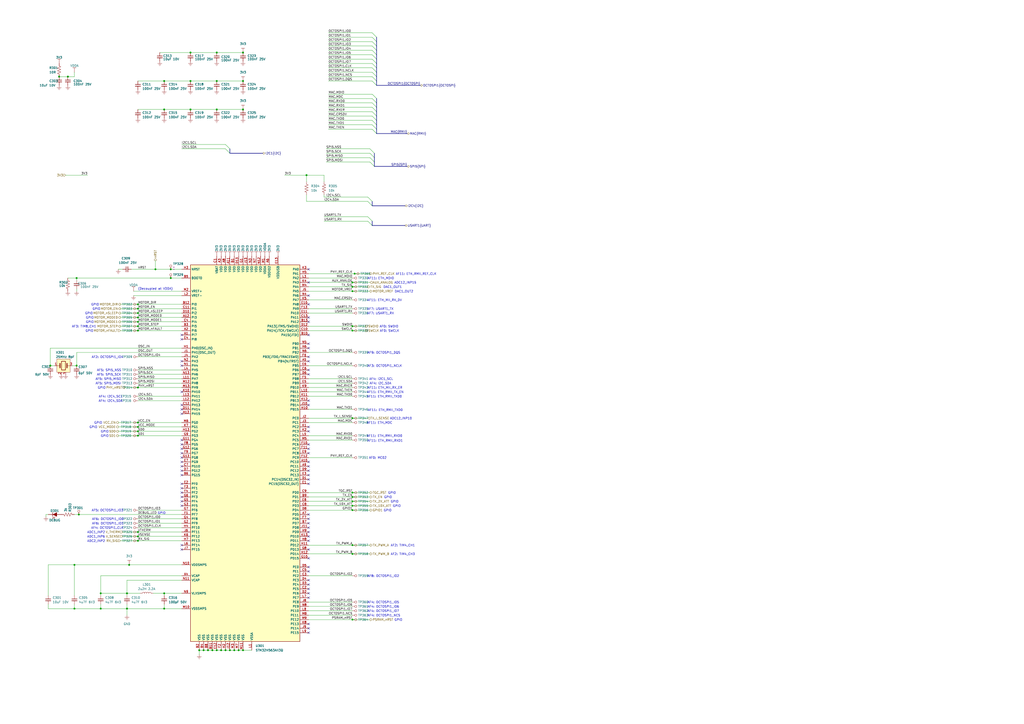
<source format=kicad_sch>
(kicad_sch (version 20250114) (generator "eeschema") (generator_version "9.0")
  (paper "A2")
  (bus_alias "OCTOSPI" (members "IO0" "IO1" "IO2" "IO3" "IO4" "IO5" "IO6" "IO7" "CLK" "NCLK" "NCS" "DQS"))
  (bus_alias "SPI" (members "NSS" "SCK" "MISO" "MOSI"))
  (bus_alias "UART" (members "RX" "TX"))
  (text "ADC2_INP2" (at 50.546 314.706 0) (effects (font (size 1.27 1.27)) (justify left bottom)))
  (text "GPIO" (at 49.276 182.626 0) (effects (font (size 1.27 1.27)) (justify left bottom)))
  (text "DAC1_OUT1" (at 233.172 167.386 0) (effects (font (size 1.27 1.27)) (justify right bottom)))
  (text "AF11: ETH_RMII_REF_CLK" (at 253.238 159.766 0) (effects (font (size 1.27 1.27)) (justify right bottom)))
  (text "GPIO" (at 53.594 180.086 0) (effects (font (size 1.27 1.27)) (justify left bottom)))
  (text "AF11: ETH_RMII_TXD0" (at 233.172 230.886 0) (effects (font (size 1.27 1.27)) (justify right bottom)))
  (text "GPIO" (at 49.784 185.166 0) (effects (font (size 1.27 1.27)) (justify left bottom)))
  (text "AF4: I2C1_SCL" (at 228.092 220.726 0) (effects (font (size 1.27 1.27)) (justify right bottom)))
  (text "GPIO" (at 52.832 177.546 0) (effects (font (size 1.27 1.27)) (justify left bottom)))
  (text "GPIO" (at 91.44 298.45 0) (effects (font (size 1.27 1.27)) (justify left bottom)))
  (text "AF5: SPI5_SCK" (at 70.358 218.186 0) (effects (font (size 1.27 1.27)) (justify right bottom)))
  (text "GPIO" (at 49.784 187.706 0) (effects (font (size 1.27 1.27)) (justify left bottom)))
  (text "GPIO" (at 58.42 253.746 0) (effects (font (size 1.27 1.27)) (justify left bottom)))
  (text "AF11: ETH_RMII_TX_EN" (at 234.188 228.346 0) (effects (font (size 1.27 1.27)) (justify right bottom)))
  (text "AF11: ETH_MDIO" (at 228.6 162.306 0) (effects (font (size 1.27 1.27)) (justify right bottom)))
  (text "GPIO" (at 49.53 192.786 0) (effects (font (size 1.27 1.27)) (justify left bottom)))
  (text "GPIO" (at 56.642 225.806 0) (effects (font (size 1.27 1.27)) (justify left bottom)))
  (text "GPIO" (at 226.568 291.846 0) (effects (font (size 1.27 1.27)) (justify left bottom)))
  (text "AF4: OCTOSPI1_CLK" (at 52.832 307.086 0) (effects (font (size 1.27 1.27)) (justify left bottom)))
  (text "AF9: OCTOSPI1_DQS\n" (at 213.106 205.486 0) (effects (font (size 1.27 1.27)) (justify left bottom)))
  (text "AF7: USART1_RX" (at 228.6 182.626 0) (effects (font (size 1.27 1.27)) (justify right bottom)))
  (text "AF2: TIM4_CH1" (at 226.568 317.246 0) (effects (font (size 1.27 1.27)) (justify left bottom)))
  (text "AF5: OCTOSPI1_IO3" (at 53.086 296.926 0) (effects (font (size 1.27 1.27)) (justify left bottom)))
  (text "AF0: SWDIO" (at 231.14 190.246 0) (effects (font (size 1.27 1.27)) (justify right bottom)))
  (text "AF5: SPI5_NSS" (at 70.358 215.646 0) (effects (font (size 1.27 1.27)) (justify right bottom)))
  (text "GPIO" (at 222.504 296.926 0) (effects (font (size 1.27 1.27)) (justify left bottom)))
  (text "DAC1_OUT2" (at 239.776 169.926 0) (effects (font (size 1.27 1.27)) (justify right bottom)))
  (text "AF0: MC02" (at 224.282 266.446 0) (effects (font (size 1.27 1.27)) (justify right bottom)))
  (text "AF11: ETH_RMII_RXD0" (at 233.426 253.746 0) (effects (font (size 1.27 1.27)) (justify right bottom)))
  (text "AF4: I2C_SDA" (at 227.076 223.266 0) (effects (font (size 1.27 1.27)) (justify right bottom)))
  (text "ADC12_INP15" (at 241.554 164.846 0) (effects (font (size 1.27 1.27)) (justify right bottom)))
  (text "AF11: ETH_MII_RX_DV" (at 233.172 175.006 0) (effects (font (size 1.27 1.27)) (justify right bottom)))
  (text "AF8: OCTOSPI1_IO2" (at 213.106 335.026 0) (effects (font (size 1.27 1.27)) (justify left bottom)))
  (text "AF4: I2C4_SCL" (at 71.12 230.886 0) (effects (font (size 1.27 1.27)) (justify right bottom)))
  (text "AF0: SWCLK" (at 231.648 192.786 0) (effects (font (size 1.27 1.27)) (justify right bottom)))
  (text "AF7: USART1_TX" (at 228.346 180.086 0) (effects (font (size 1.27 1.27)) (justify right bottom)))
  (text "AF11: ETH_MDC" (at 227.584 246.126 0) (effects (font (size 1.27 1.27)) (justify right bottom)))
  (text "AF6: OCTOSPI1_IO0" (at 53.34 302.006 0) (effects (font (size 1.27 1.27)) (justify left bottom)))
  (text "AF5: SPI5_MOSI" (at 70.358 223.266 0) (effects (font (size 1.27 1.27)) (justify right bottom)))
  (text "AF5: SPI5_MISO" (at 70.358 220.726 0) (effects (font (size 1.27 1.27)) (justify right bottom)))
  (text "GPIO" (at 225.044 286.766 0) (effects (font (size 1.27 1.27)) (justify left bottom)))
  (text "AF3: OCTOSPI1_NCLK" (at 213.106 213.106 0) (effects (font (size 1.27 1.27)) (justify left bottom)))
  (text "AF4: OCTOSPI1_NCS" (at 213.106 357.886 0) (effects (font (size 1.27 1.27)) (justify left bottom)))
  (text "AF4: I2C4_SDA" (at 71.12 233.426 0) (effects (font (size 1.27 1.27)) (justify right bottom)))
  (text "AF4: OCTOSPI1_IO5" (at 213.106 350.266 0) (effects (font (size 1.27 1.27)) (justify left bottom)))
  (text "AF11: ETH_RMII_TXD0" (at 233.68 238.76 0) (effects (font (size 1.27 1.27)) (justify right bottom)))
  (text "AF2: TIM4_CH3" (at 226.568 322.326 0) (effects (font (size 1.27 1.27)) (justify left bottom)))
  (text "GPIO" (at 51.816 248.666 0) (effects (font (size 1.27 1.27)) (justify left bottom)))
  (text "AF11: ETH_MII_RX_ER" (at 233.426 225.806 0) (effects (font (size 1.27 1.27)) (justify right bottom)))
  (text "AF6: OCTOSPI1_IO1" (at 53.34 304.546 0) (effects (font (size 1.27 1.27)) (justify left bottom)))
  (text "GPIO" (at 227.838 294.386 0) (effects (font (size 1.27 1.27)) (justify left bottom)))
  (text "AF2: OCTOSPI1_IO4" (at 53.086 208.026 0) (effects (font (size 1.27 1.27)) (justify left bottom)))
  (text "AF11: ETH_RMII_RXD1" (at 233.68 256.54 0) (effects (font (size 1.27 1.27)) (justify right bottom)))
  (text "ADC1_INP6" (at 50.546 312.166 0) (effects (font (size 1.27 1.27)) (justify left bottom)))
  (text "AF4: OCTOSPI1_IO7" (at 213.106 355.346 0) (effects (font (size 1.27 1.27)) (justify left bottom)))
  (text "ADC1_INP2\n" (at 50.546 309.626 0) (effects (font (size 1.27 1.27)) (justify left bottom)))
  (text "AF4: OCTOSPI1_IO6\n" (at 213.106 352.806 0) (effects (font (size 1.27 1.27)) (justify left bottom)))
  (text "GPIO" (at 222.758 289.306 0) (effects (font (size 1.27 1.27)) (justify left bottom)))
  (text "(Decoupled at VDDA)" (at 90.17 167.64 0) (effects (font (size 1.27 1.27))))
  (text "GPIO" (at 54.61 246.126 0) (effects (font (size 1.27 1.27)) (justify left bottom)))
  (text "AF3: TIM8_CH1" (at 41.656 190.246 0) (effects (font (size 1.27 1.27)) (justify left bottom)))
  (text "GPIO" (at 58.42 251.206 0) (effects (font (size 1.27 1.27)) (justify left bottom)))
  (text "ADC12_INP10" (at 239.014 243.586 0) (effects (font (size 1.27 1.27)) (justify right bottom)))
  (text "GPIO" (at 233.426 360.426 0) (effects (font (size 1.27 1.27)) (justify right bottom)))
  (junction (at 140.97 377.19))
  (junction (at 204.47 191.77))
  (junction (at 140.97 30.48))
  (junction (at 120.65 377.19))
  (junction (at 29.21 212.09))
  (junction (at 80.01 191.77))
  (junction (at 135.89 377.19))
  (junction (at 80.01 245.11))
  (junction (at 95.25 353.06))
  (junction (at 128.27 377.19))
  (junction (at 80.01 250.19))
  (junction (at 95.25 63.5))
  (junction (at 204.47 166.37))
  (junction (at 80.01 224.79))
  (junction (at 204.47 288.29))
  (junction (at 204.47 189.23))
  (junction (at 204.47 285.75))
  (junction (at 110.49 30.48))
  (junction (at 204.47 168.91))
  (junction (at 95.25 344.17))
  (junction (at 80.01 313.69))
  (junction (at 130.81 377.19))
  (junction (at 80.01 311.15))
  (junction (at 125.73 63.5))
  (junction (at 34.29 44.45))
  (junction (at 43.18 353.06))
  (junction (at 123.19 377.19))
  (junction (at 110.49 46.99))
  (junction (at 204.47 163.83))
  (junction (at 118.11 377.19))
  (junction (at 74.93 327.66))
  (junction (at 205.74 158.75))
  (junction (at 99.06 156.21))
  (junction (at 80.01 186.69))
  (junction (at 44.45 212.09))
  (junction (at 204.47 293.37))
  (junction (at 80.01 179.07))
  (junction (at 138.43 377.19))
  (junction (at 125.73 46.99))
  (junction (at 125.73 30.48))
  (junction (at 177.8 101.6))
  (junction (at 43.18 327.66))
  (junction (at 73.66 353.06))
  (junction (at 45.72 298.45))
  (junction (at 204.47 295.91))
  (junction (at 204.47 290.83))
  (junction (at 73.66 344.17))
  (junction (at 80.01 176.53))
  (junction (at 140.97 63.5))
  (junction (at 204.47 321.31))
  (junction (at 80.01 189.23))
  (junction (at 58.42 353.06))
  (junction (at 39.37 44.45))
  (junction (at 44.45 161.29))
  (junction (at 80.01 184.15))
  (junction (at 204.47 316.23))
  (junction (at 204.47 359.41))
  (junction (at 99.06 161.29))
  (junction (at 80.01 308.61))
  (junction (at 80.01 181.61))
  (junction (at 80.01 247.65))
  (junction (at 204.47 242.57))
  (junction (at 125.73 377.19))
  (junction (at 110.49 63.5))
  (junction (at 133.35 377.19))
  (junction (at 90.17 156.21))
  (junction (at 58.42 344.17))
  (junction (at 95.25 46.99))
  (junction (at 80.01 252.73))
  (junction (at 115.57 377.19))
  (junction (at 140.97 46.99))
  (no_connect (at 105.41 267.97))
  (no_connect (at 179.07 163.83))
  (no_connect (at 179.07 311.15))
  (no_connect (at 179.07 234.95))
  (no_connect (at 179.07 298.45))
  (no_connect (at 179.07 176.53))
  (no_connect (at 179.07 209.55))
  (no_connect (at 179.07 156.21))
  (no_connect (at 179.07 184.15))
  (no_connect (at 179.07 318.77))
  (no_connect (at 179.07 344.17))
  (no_connect (at 179.07 257.81))
  (no_connect (at 105.41 285.75))
  (no_connect (at 179.07 217.17))
  (no_connect (at 179.07 313.69))
  (no_connect (at 105.41 265.43))
  (no_connect (at 179.07 186.69))
  (no_connect (at 179.07 306.07))
  (no_connect (at 179.07 361.95))
  (no_connect (at 105.41 196.85))
  (no_connect (at 105.41 240.03))
  (no_connect (at 179.07 303.53))
  (no_connect (at 179.07 280.67))
  (no_connect (at 105.41 234.95))
  (no_connect (at 179.07 331.47))
  (no_connect (at 105.41 316.23))
  (no_connect (at 179.07 346.71))
  (no_connect (at 179.07 262.89))
  (no_connect (at 179.07 214.63))
  (no_connect (at 179.07 270.51))
  (no_connect (at 179.07 267.97))
  (no_connect (at 179.07 323.85))
  (no_connect (at 105.41 194.31))
  (no_connect (at 179.07 207.01))
  (no_connect (at 179.07 260.35))
  (no_connect (at 179.07 250.19))
  (no_connect (at 179.07 364.49))
  (no_connect (at 105.41 293.37))
  (no_connect (at 179.07 199.39))
  (no_connect (at 179.07 201.93))
  (no_connect (at 179.07 278.13))
  (no_connect (at 105.41 318.77))
  (no_connect (at 179.07 336.55))
  (no_connect (at 105.41 260.35))
  (no_connect (at 179.07 247.65))
  (no_connect (at 179.07 273.05))
  (no_connect (at 179.07 341.63))
  (no_connect (at 179.07 275.59))
  (no_connect (at 105.41 275.59))
  (no_connect (at 179.07 339.09))
  (no_connect (at 105.41 237.49))
  (no_connect (at 179.07 300.99))
  (no_connect (at 179.07 367.03))
  (no_connect (at 105.41 290.83))
  (no_connect (at 105.41 209.55))
  (no_connect (at 179.07 232.41))
  (no_connect (at 105.41 227.33))
  (no_connect (at 179.07 328.93))
  (no_connect (at 179.07 308.61))
  (no_connect (at 105.41 280.67))
  (no_connect (at 105.41 262.89))
  (no_connect (at 105.41 212.09))
  (no_connect (at 105.41 257.81))
  (no_connect (at 105.41 283.21))
  (no_connect (at 179.07 171.45))
  (no_connect (at 105.41 270.51))
  (no_connect (at 105.41 273.05))
  (no_connect (at 179.07 194.31))
  (no_connect (at 105.41 255.27))
  (no_connect (at 105.41 288.29))
  (bus_entry (at 130.81 83.82) (size 2.54 2.54))
  (bus_entry (at 213.36 125.73) (size 2.54 2.54))
  (bus_entry (at 213.36 116.84) (size 2.54 2.54))
  (bus_entry (at 213.36 128.27) (size 2.54 2.54))
  (bus_entry (at 215.9 21.59) (size 2.54 2.54))
  (bus_entry (at 215.9 74.93) (size 2.54 2.54))
  (bus_entry (at 215.9 44.45) (size 2.54 2.54))
  (bus_entry (at 215.9 24.13) (size 2.54 2.54))
  (bus_entry (at 214.63 88.9) (size 2.54 2.54))
  (bus_entry (at 214.63 91.44) (size 2.54 2.54))
  (bus_entry (at 215.9 46.99) (size 2.54 2.54))
  (bus_entry (at 215.9 72.39) (size 2.54 2.54))
  (bus_entry (at 215.9 39.37) (size 2.54 2.54))
  (bus_entry (at 215.9 36.83) (size 2.54 2.54))
  (bus_entry (at 215.9 34.29) (size 2.54 2.54))
  (bus_entry (at 214.63 93.98) (size 2.54 2.54))
  (bus_entry (at 215.9 19.05) (size 2.54 2.54))
  (bus_entry (at 215.9 29.21) (size 2.54 2.54))
  (bus_entry (at 215.9 67.31) (size 2.54 2.54))
  (bus_entry (at 215.9 31.75) (size 2.54 2.54))
  (bus_entry (at 215.9 41.91) (size 2.54 2.54))
  (bus_entry (at 215.9 26.67) (size 2.54 2.54))
  (bus_entry (at 215.9 69.85) (size 2.54 2.54))
  (bus_entry (at 215.9 64.77) (size 2.54 2.54))
  (bus_entry (at 130.81 86.36) (size 2.54 2.54))
  (bus_entry (at 215.9 57.15) (size 2.54 2.54))
  (bus_entry (at 215.9 54.61) (size 2.54 2.54))
  (bus_entry (at 214.63 86.36) (size 2.54 2.54))
  (bus_entry (at 213.36 114.3) (size 2.54 2.54))
  (bus_entry (at 215.9 62.23) (size 2.54 2.54))
  (bus_entry (at 215.9 59.69) (size 2.54 2.54))
  (wire (pts (xy 43.18 353.06) (xy 58.42 353.06)))
  (bus (pts (xy 215.9 119.38) (xy 234.95 119.38)))
  (wire (pts (xy 204.47 288.29) (xy 214.63 288.29)))
  (wire (pts (xy 90.17 151.13) (xy 90.17 156.21)))
  (wire (pts (xy 27.94 327.66) (xy 27.94 345.44)))
  (bus (pts (xy 217.17 91.44) (xy 217.17 93.98)))
  (bus (pts (xy 217.17 93.98) (xy 217.17 96.52)))
  (wire (pts (xy 204.47 191.77) (xy 212.09 191.77)))
  (wire (pts (xy 120.65 377.19) (xy 123.19 377.19)))
  (wire (pts (xy 135.89 377.19) (xy 138.43 377.19)))
  (wire (pts (xy 43.18 44.45) (xy 39.37 44.45)))
  (wire (pts (xy 105.41 83.82) (xy 130.81 83.82)))
  (wire (pts (xy 105.41 313.69) (xy 80.01 313.69)))
  (wire (pts (xy 179.07 334.01) (xy 204.47 334.01)))
  (wire (pts (xy 99.06 156.21) (xy 105.41 156.21)))
  (wire (pts (xy 204.47 359.41) (xy 214.63 359.41)))
  (bus (pts (xy 218.44 57.15) (xy 218.44 59.69)))
  (wire (pts (xy 26.67 299.72) (xy 26.67 298.45)))
  (wire (pts (xy 179.07 359.41) (xy 204.47 359.41)))
  (wire (pts (xy 190.5 67.31) (xy 215.9 67.31)))
  (wire (pts (xy 179.07 356.87) (xy 204.47 356.87)))
  (wire (pts (xy 204.47 166.37) (xy 213.36 166.37)))
  (wire (pts (xy 214.63 93.98) (xy 189.23 93.98)))
  (wire (pts (xy 68.58 156.21) (xy 71.12 156.21)))
  (wire (pts (xy 118.11 377.19) (xy 120.65 377.19)))
  (wire (pts (xy 43.18 327.66) (xy 43.18 345.44)))
  (wire (pts (xy 179.07 293.37) (xy 204.47 293.37)))
  (wire (pts (xy 204.47 321.31) (xy 214.63 321.31)))
  (wire (pts (xy 177.8 101.6) (xy 187.96 101.6)))
  (wire (pts (xy 71.12 308.61) (xy 80.01 308.61)))
  (wire (pts (xy 39.37 44.45) (xy 34.29 44.45)))
  (wire (pts (xy 80.01 224.79) (xy 105.41 224.79)))
  (wire (pts (xy 80.01 300.99) (xy 105.41 300.99)))
  (wire (pts (xy 179.07 163.83) (xy 204.47 163.83)))
  (wire (pts (xy 44.45 204.47) (xy 44.45 212.09)))
  (wire (pts (xy 80.01 189.23) (xy 105.41 189.23)))
  (wire (pts (xy 80.01 181.61) (xy 105.41 181.61)))
  (wire (pts (xy 44.45 204.47) (xy 105.41 204.47)))
  (wire (pts (xy 204.47 290.83) (xy 214.63 290.83)))
  (wire (pts (xy 90.17 156.21) (xy 99.06 156.21)))
  (wire (pts (xy 190.5 59.69) (xy 215.9 59.69)))
  (wire (pts (xy 123.19 377.19) (xy 125.73 377.19)))
  (wire (pts (xy 115.57 379.73) (xy 115.57 377.19)))
  (wire (pts (xy 95.25 46.99) (xy 110.49 46.99)))
  (wire (pts (xy 214.63 91.44) (xy 189.23 91.44)))
  (wire (pts (xy 88.9 344.17) (xy 95.25 344.17)))
  (wire (pts (xy 187.96 114.3) (xy 187.96 113.03)))
  (bus (pts (xy 218.44 69.85) (xy 218.44 72.39)))
  (bus (pts (xy 217.17 88.9) (xy 217.17 91.44)))
  (wire (pts (xy 45.72 298.45) (xy 43.18 298.45)))
  (wire (pts (xy 204.47 168.91) (xy 214.63 168.91)))
  (wire (pts (xy 68.58 247.65) (xy 80.01 247.65)))
  (wire (pts (xy 179.07 285.75) (xy 204.47 285.75)))
  (wire (pts (xy 179.07 173.99) (xy 204.47 173.99)))
  (wire (pts (xy 77.47 171.45) (xy 105.41 171.45)))
  (wire (pts (xy 73.66 350.52) (xy 73.66 353.06)))
  (wire (pts (xy 73.66 353.06) (xy 73.66 356.87)))
  (wire (pts (xy 179.07 242.57) (xy 204.47 242.57)))
  (wire (pts (xy 125.73 46.99) (xy 140.97 46.99)))
  (wire (pts (xy 73.66 353.06) (xy 95.25 353.06)))
  (wire (pts (xy 43.18 41.91) (xy 43.18 44.45)))
  (wire (pts (xy 179.07 252.73) (xy 204.47 252.73)))
  (wire (pts (xy 80.01 184.15) (xy 105.41 184.15)))
  (bus (pts (xy 215.9 128.27) (xy 215.9 130.81)))
  (wire (pts (xy 105.41 217.17) (xy 80.01 217.17)))
  (wire (pts (xy 115.57 377.19) (xy 118.11 377.19)))
  (wire (pts (xy 39.37 161.29) (xy 44.45 161.29)))
  (wire (pts (xy 80.01 232.41) (xy 105.41 232.41)))
  (bus (pts (xy 218.44 31.75) (xy 218.44 34.29)))
  (wire (pts (xy 80.01 63.5) (xy 95.25 63.5)))
  (wire (pts (xy 204.47 316.23) (xy 214.63 316.23)))
  (wire (pts (xy 69.85 186.69) (xy 80.01 186.69)))
  (wire (pts (xy 190.5 21.59) (xy 215.9 21.59)))
  (wire (pts (xy 125.73 30.48) (xy 140.97 30.48)))
  (wire (pts (xy 190.5 19.05) (xy 215.9 19.05)))
  (wire (pts (xy 74.93 327.66) (xy 43.18 327.66)))
  (wire (pts (xy 95.25 353.06) (xy 105.41 353.06)))
  (wire (pts (xy 58.42 353.06) (xy 73.66 353.06)))
  (wire (pts (xy 179.07 255.27) (xy 204.47 255.27)))
  (wire (pts (xy 80.01 303.53) (xy 105.41 303.53)))
  (wire (pts (xy 215.9 41.91) (xy 190.5 41.91)))
  (wire (pts (xy 204.47 163.83) (xy 214.63 163.83)))
  (wire (pts (xy 179.07 161.29) (xy 204.47 161.29)))
  (wire (pts (xy 58.42 344.17) (xy 58.42 345.44)))
  (wire (pts (xy 80.01 250.19) (xy 105.41 250.19)))
  (wire (pts (xy 58.42 334.01) (xy 58.42 344.17)))
  (wire (pts (xy 133.35 377.19) (xy 135.89 377.19)))
  (wire (pts (xy 179.07 158.75) (xy 205.74 158.75)))
  (wire (pts (xy 69.85 189.23) (xy 80.01 189.23)))
  (wire (pts (xy 95.25 344.17) (xy 105.41 344.17)))
  (wire (pts (xy 130.81 377.19) (xy 133.35 377.19)))
  (bus (pts (xy 215.9 116.84) (xy 215.9 119.38)))
  (wire (pts (xy 80.01 207.01) (xy 105.41 207.01)))
  (wire (pts (xy 128.27 377.19) (xy 130.81 377.19)))
  (wire (pts (xy 190.5 72.39) (xy 215.9 72.39)))
  (wire (pts (xy 92.71 30.48) (xy 110.49 30.48)))
  (bus (pts (xy 218.44 64.77) (xy 218.44 67.31)))
  (wire (pts (xy 41.91 212.09) (xy 44.45 212.09)))
  (wire (pts (xy 177.8 105.41) (xy 177.8 101.6)))
  (wire (pts (xy 179.07 265.43) (xy 204.47 265.43)))
  (bus (pts (xy 218.44 29.21) (xy 218.44 31.75)))
  (bus (pts (xy 218.44 74.93) (xy 218.44 77.47)))
  (wire (pts (xy 95.25 350.52) (xy 95.25 353.06)))
  (wire (pts (xy 110.49 30.48) (xy 125.73 30.48)))
  (wire (pts (xy 190.5 54.61) (xy 215.9 54.61)))
  (wire (pts (xy 214.63 86.36) (xy 189.23 86.36)))
  (wire (pts (xy 73.66 336.55) (xy 105.41 336.55)))
  (wire (pts (xy 190.5 74.93) (xy 215.9 74.93)))
  (wire (pts (xy 190.5 64.77) (xy 215.9 64.77)))
  (wire (pts (xy 80.01 176.53) (xy 105.41 176.53)))
  (wire (pts (xy 215.9 34.29) (xy 190.5 34.29)))
  (wire (pts (xy 214.63 158.75) (xy 205.74 158.75)))
  (wire (pts (xy 214.63 88.9) (xy 189.23 88.9)))
  (bus (pts (xy 218.44 49.53) (xy 243.84 49.53)))
  (wire (pts (xy 45.72 298.45) (xy 105.41 298.45)))
  (wire (pts (xy 138.43 377.19) (xy 140.97 377.19)))
  (wire (pts (xy 73.66 336.55) (xy 73.66 344.17)))
  (wire (pts (xy 69.85 313.69) (xy 80.01 313.69)))
  (wire (pts (xy 73.66 345.44) (xy 73.66 344.17)))
  (wire (pts (xy 190.5 29.21) (xy 215.9 29.21)))
  (wire (pts (xy 105.41 308.61) (xy 80.01 308.61)))
  (wire (pts (xy 68.58 250.19) (xy 80.01 250.19)))
  (bus (pts (xy 218.44 67.31) (xy 218.44 69.85)))
  (wire (pts (xy 80.01 311.15) (xy 105.41 311.15)))
  (wire (pts (xy 190.5 69.85) (xy 215.9 69.85)))
  (wire (pts (xy 58.42 334.01) (xy 105.41 334.01)))
  (wire (pts (xy 80.01 46.99) (xy 95.25 46.99)))
  (wire (pts (xy 44.45 162.56) (xy 44.45 161.29)))
  (wire (pts (xy 69.85 181.61) (xy 80.01 181.61)))
  (bus (pts (xy 218.44 39.37) (xy 218.44 41.91)))
  (wire (pts (xy 190.5 62.23) (xy 215.9 62.23)))
  (wire (pts (xy 72.39 224.79) (xy 80.01 224.79)))
  (wire (pts (xy 125.73 377.19) (xy 128.27 377.19)))
  (wire (pts (xy 204.47 295.91) (xy 214.63 295.91)))
  (wire (pts (xy 110.49 63.5) (xy 125.73 63.5)))
  (wire (pts (xy 99.06 161.29) (xy 105.41 161.29)))
  (wire (pts (xy 58.42 350.52) (xy 58.42 353.06)))
  (wire (pts (xy 27.94 353.06) (xy 43.18 353.06)))
  (wire (pts (xy 105.41 214.63) (xy 80.01 214.63)))
  (wire (pts (xy 187.96 101.6) (xy 187.96 105.41)))
  (wire (pts (xy 69.85 176.53) (xy 80.01 176.53)))
  (wire (pts (xy 110.49 46.99) (xy 125.73 46.99)))
  (bus (pts (xy 218.44 44.45) (xy 218.44 46.99)))
  (wire (pts (xy 29.21 201.93) (xy 29.21 212.09)))
  (wire (pts (xy 140.97 377.19) (xy 146.05 377.19)))
  (wire (pts (xy 179.07 351.79) (xy 204.47 351.79)))
  (wire (pts (xy 125.73 63.5) (xy 140.97 63.5)))
  (wire (pts (xy 179.07 212.09) (xy 204.47 212.09)))
  (wire (pts (xy 204.47 293.37) (xy 214.63 293.37)))
  (bus (pts (xy 218.44 77.47) (xy 236.22 77.47)))
  (wire (pts (xy 179.07 224.79) (xy 204.47 224.79)))
  (wire (pts (xy 74.93 327.66) (xy 105.41 327.66)))
  (bus (pts (xy 218.44 21.59) (xy 218.44 24.13)))
  (wire (pts (xy 80.01 306.07) (xy 105.41 306.07)))
  (wire (pts (xy 204.47 242.57) (xy 213.36 242.57)))
  (bus (pts (xy 218.44 46.99) (xy 218.44 49.53)))
  (wire (pts (xy 44.45 168.91) (xy 44.45 167.64)))
  (wire (pts (xy 95.25 344.17) (xy 95.25 345.44)))
  (wire (pts (xy 80.01 179.07) (xy 105.41 179.07)))
  (wire (pts (xy 179.07 168.91) (xy 204.47 168.91)))
  (wire (pts (xy 77.47 168.91) (xy 105.41 168.91)))
  (wire (pts (xy 68.58 252.73) (xy 80.01 252.73)))
  (wire (pts (xy 179.07 219.71) (xy 204.47 219.71)))
  (wire (pts (xy 26.67 298.45) (xy 27.94 298.45)))
  (wire (pts (xy 68.58 245.11) (xy 80.01 245.11)))
  (wire (pts (xy 179.07 229.87) (xy 204.47 229.87)))
  (wire (pts (xy 29.21 212.09) (xy 31.75 212.09)))
  (wire (pts (xy 105.41 86.36) (xy 130.81 86.36)))
  (wire (pts (xy 44.45 161.29) (xy 99.06 161.29)))
  (wire (pts (xy 179.07 179.07) (xy 204.47 179.07)))
  (bus (pts (xy 218.44 36.83) (xy 218.44 39.37)))
  (wire (pts (xy 179.07 191.77) (xy 204.47 191.77)))
  (wire (pts (xy 204.47 189.23) (xy 212.09 189.23)))
  (wire (pts (xy 179.07 354.33) (xy 204.47 354.33)))
  (wire (pts (xy 179.07 222.25) (xy 204.47 222.25)))
  (wire (pts (xy 179.07 237.49) (xy 204.47 237.49)))
  (bus (pts (xy 218.44 24.13) (xy 218.44 26.67)))
  (wire (pts (xy 190.5 39.37) (xy 215.9 39.37)))
  (wire (pts (xy 69.85 179.07) (xy 80.01 179.07)))
  (bus (pts (xy 218.44 72.39) (xy 218.44 74.93)))
  (wire (pts (xy 80.01 247.65) (xy 105.41 247.65)))
  (wire (pts (xy 80.01 229.87) (xy 105.41 229.87)))
  (wire (pts (xy 179.07 288.29) (xy 204.47 288.29)))
  (wire (pts (xy 71.12 311.15) (xy 80.01 311.15)))
  (bus (pts (xy 218.44 26.67) (xy 218.44 29.21)))
  (wire (pts (xy 215.9 31.75) (xy 190.5 31.75)))
  (wire (pts (xy 179.07 166.37) (xy 204.47 166.37)))
  (wire (pts (xy 187.96 128.27) (xy 213.36 128.27)))
  (wire (pts (xy 73.66 344.17) (xy 81.28 344.17)))
  (wire (pts (xy 76.2 156.21) (xy 90.17 156.21)))
  (wire (pts (xy 179.07 189.23) (xy 204.47 189.23)))
  (bus (pts (xy 133.35 86.36) (xy 133.35 88.9)))
  (wire (pts (xy 179.07 245.11) (xy 204.47 245.11)))
  (wire (pts (xy 69.85 184.15) (xy 80.01 184.15)))
  (wire (pts (xy 215.9 44.45) (xy 190.5 44.45)))
  (wire (pts (xy 95.25 63.5) (xy 110.49 63.5)))
  (wire (pts (xy 179.07 295.91) (xy 204.47 295.91)))
  (bus (pts (xy 215.9 130.81) (xy 234.95 130.81)))
  (wire (pts (xy 179.07 290.83) (xy 204.47 290.83)))
  (wire (pts (xy 38.1 101.6) (xy 50.8 101.6)))
  (wire (pts (xy 215.9 46.99) (xy 190.5 46.99)))
  (wire (pts (xy 105.41 222.25) (xy 80.01 222.25)))
  (wire (pts (xy 80.01 295.91) (xy 105.41 295.91)))
  (wire (pts (xy 27.94 350.52) (xy 27.94 353.06)))
  (wire (pts (xy 204.47 285.75) (xy 214.63 285.75)))
  (wire (pts (xy 43.18 327.66) (xy 27.94 327.66)))
  (wire (pts (xy 179.07 321.31) (xy 204.47 321.31)))
  (wire (pts (xy 215.9 24.13) (xy 190.5 24.13)))
  (wire (pts (xy 177.8 116.84) (xy 213.36 116.84)))
  (wire (pts (xy 80.01 186.69) (xy 105.41 186.69)))
  (wire (pts (xy 179.07 349.25) (xy 204.47 349.25)))
  (wire (pts (xy 179.07 316.23) (xy 204.47 316.23)))
  (wire (pts (xy 80.01 191.77) (xy 105.41 191.77)))
  (wire (pts (xy 43.18 350.52) (xy 43.18 353.06)))
  (wire (pts (xy 187.96 114.3) (xy 213.36 114.3)))
  (wire (pts (xy 179.07 181.61) (xy 204.47 181.61)))
  (bus (pts (xy 218.44 59.69) (xy 218.44 62.23)))
  (wire (pts (xy 105.41 219.71) (xy 80.01 219.71)))
  (wire (pts (xy 179.07 227.33) (xy 204.47 227.33)))
  (bus (pts (xy 133.35 88.9) (xy 152.4 88.9)))
  (wire (pts (xy 187.96 125.73) (xy 213.36 125.73)))
  (wire (pts (xy 215.9 36.83) (xy 190.5 36.83)))
  (wire (pts (xy 190.5 57.15) (xy 215.9 57.15)))
  (wire (pts (xy 165.1 101.6) (xy 177.8 101.6)))
  (wire (pts (xy 29.21 201.93) (xy 105.41 201.93)))
  (wire (pts (xy 179.07 204.47) (xy 204.47 204.47)))
  (bus (pts (xy 218.44 62.23) (xy 218.44 64.77)))
  (wire (pts (xy 69.85 191.77) (xy 80.01 191.77)))
  (bus (pts (xy 217.17 96.52) (xy 236.22 96.52)))
  (wire (pts (xy 80.01 252.73) (xy 105.41 252.73)))
  (wire (pts (xy 190.5 26.67) (xy 215.9 26.67)))
  (wire (pts (xy 80.01 245.11) (xy 105.41 245.11)))
  (bus (pts (xy 218.44 41.91) (xy 218.44 44.45)))
  (bus (pts (xy 218.44 34.29) (xy 218.44 36.83)))
  (wire (pts (xy 58.42 344.17) (xy 73.66 344.17)))
  (wire (pts (xy 177.8 113.03) (xy 177.8 116.84)))
  (label "OCTOSPI1.IO3" (at 190.5 26.67 0))
  (label "SPI5{SPI}" (at 236.22 96.52 180))
  (label "I2C1.SDA" (at 105.41 86.36 0))
  (label "RX_SIG" (at 80.01 313.69 0))
  (label "SPI5.NSS" (at 80.01 214.63 0))
  (label "OCTOSPI1{OCTOSPI}" (at 243.84 49.53 180))
  (label "SPI5.MOSI" (at 189.23 93.98 0))
  (label "USART1.TX" (at 187.96 125.73 0))
  (label "MOTOR_STEP" (at 80.01 189.23 0))
  (label "3V3" (at 50.8 101.6 180))
  (label "MOTOR_MODE1" (at 80.01 186.69 0))
  (label "OCTOSPI1.IO5" (at 204.47 349.25 180))
  (label "OCTOSPI1.DQS" (at 204.47 204.47 180))
  (label "OCTOSPI1.IO4" (at 190.5 29.21 0))
  (label "SPI5.MISO" (at 189.23 91.44 0))
  (label "MAC{RMII}" (at 236.22 77.47 180))
  (label "I2C1.SDA" (at 204.47 222.25 180))
  (label "USART1.TX" (at 204.47 179.07 180))
  (label "I2C4.SDA" (at 187.96 116.84 0))
  (label "MAC.TXEN" (at 190.5 74.93 0))
  (label "I2C4.SCL" (at 80.01 229.87 0))
  (label "SPI5.NSS" (at 189.23 86.36 0))
  (label "OCTOSPI1.IO0" (at 80.01 300.99 0))
  (label "SWDIO" (at 204.47 189.23 180))
  (label "OCTOSPI1.IO3" (at 80.01 295.91 0))
  (label "OCTOSPI1.IO0" (at 190.5 19.05 0))
  (label "TX_2X_ATT" (at 204.47 290.83 180))
  (label "3V3" (at 165.1 101.6 0))
  (label "SPI5.MISO" (at 80.01 219.71 0))
  (label "MOTOR_VREF" (at 204.47 168.91 180))
  (label "SWCLK" (at 204.47 191.77 180))
  (label "I2C1.SCL" (at 105.41 83.82 0))
  (label "OCTOSPI1.IO1" (at 80.01 303.53 0))
  (label "VSENSE" (at 80.01 311.15 0))
  (label "OCTOSPI1.CLK" (at 80.01 306.07 0))
  (label "TX_EN" (at 204.47 288.29 180))
  (label "TX_PWM_A" (at 204.47 316.23 180))
  (label "MAC.RXD1" (at 190.5 62.23 0))
  (label "OSC_OUT" (at 80.01 204.47 0))
  (label "OCTOSPI1.IO6" (at 190.5 34.29 0))
  (label "MAC.CRSDV" (at 204.47 173.99 180))
  (label "PHY_REF_CLK" (at 204.47 158.75 180))
  (label "OCTOSPI1.NCLK" (at 190.5 41.91 0))
  (label "OCTOSPI1.IO2" (at 190.5 24.13 0))
  (label "TX_SIG" (at 204.47 166.37 180))
  (label "SD0" (at 80.01 250.19 0))
  (label "MAC.MDIO" (at 190.5 54.61 0))
  (label "MOTOR_DIR" (at 80.01 176.53 0))
  (label "SPI5.SCK" (at 80.01 217.17 0))
  (label "MAC.RXER" (at 190.5 64.77 0))
  (label "MAC.RXD0" (at 190.5 59.69 0))
  (label "MOTOR_nSLEEP" (at 80.01 181.61 0))
  (label "VCC_EN" (at 80.01 245.11 0))
  (label "PSRAM_nRST" (at 204.47 359.41 180))
  (label "VTHERM" (at 80.01 308.61 0))
  (label "USART1.RX" (at 204.47 181.61 180))
  (label "VCC_MODE" (at 80.01 247.65 0))
  (label "MAC.CRSDV" (at 190.5 67.31 0))
  (label "MAC.TXD1" (at 190.5 72.39 0))
  (label "MAC.MDIO" (at 204.47 161.29 180))
  (label "SD1" (at 80.01 252.73 0))
  (label "I2C1.SCL" (at 204.47 219.71 180))
  (label "OCTOSPI1.IO1" (at 190.5 21.59 0))
  (label "MAC.TXD0" (at 190.5 69.85 0))
  (label "USART1.RX" (at 187.96 128.27 0))
  (label "MAC.TXD1" (at 204.47 237.49 180))
  (label "MOTOR_MODE0" (at 80.01 184.15 0))
  (label "PHY_REF_CLK" (at 204.47 265.43 180))
  (label "DEBUG_LED" (at 80.01 298.45 0))
  (label "MAC.MDC" (at 204.47 245.11 180))
  (label "TX_PWM_B" (at 204.47 321.31 180))
  (label "OCTOSPI1.IO2" (at 204.47 334.01 180))
  (label "I2C4.SDA" (at 80.01 232.41 0))
  (label "MAC.MDC" (at 190.5 57.15 0))
  (label "AUX_ANALOG" (at 204.47 163.83 180))
  (label "OCTOSPI1.DQS" (at 190.5 46.99 0))
  (label "MAC.RXD0" (at 204.47 252.73 180))
  (label "MAC.RXER" (at 204.47 224.79 180))
  (label "MOTOR_nFAULT" (at 80.01 191.77 0))
  (label "TGC_RST" (at 204.47 285.75 180))
  (label "GPIO1" (at 204.47 295.91 180))
  (label "OCTOSPI1.IO6" (at 204.47 351.79 180))
  (label "MAC.TXEN" (at 204.47 227.33 180))
  (label "OCTOSPI1.NCS" (at 204.47 356.87 180))
  (label "SPI5.MOSI" (at 80.01 222.25 0))
  (label "MAC.RXD1" (at 204.47 255.27 180))
  (label "OCTOSPI1.IO4" (at 80.01 207.01 0))
  (label "MAC.TXD0" (at 204.47 229.87 180))
  (label "OCTOSPI1.CLK" (at 190.5 39.37 0))
  (label "TX_I_SENSE" (at 204.47 242.57 180))
  (label "nRST" (at 80.01 156.21 0))
  (label "TX_10X_ATT" (at 204.47 293.37 180))
  (label "PHY_nRST" (at 80.01 224.79 0))
  (label "OCTOSPI1.IO5" (at 190.5 31.75 0))
  (label "MOTOR_EN" (at 80.01 179.07 0))
  (label "OCTOSPI1.NCS" (at 190.5 44.45 0))
  (label "OSC_IN" (at 80.01 201.93 0))
  (label "I2C4.SCL" (at 189.23 114.3 0))
  (label "OCTOSPI1.IO7" (at 190.5 36.83 0))
  (label "OCTOSPI1.IO7" (at 204.47 354.33 180))
  (label "SPI5.SCK" (at 189.23 88.9 0))
  (label "OCTOSPI1.NCLK" (at 204.47 212.09 180))
  (hierarchical_label "VCC_EN" (shape output) (at 68.58 245.11 180))
  (hierarchical_label "SWDIO" (shape output) (at 212.09 189.23 0))
  (hierarchical_label "RX_SIG" (shape input) (at 69.85 313.69 180))
  (hierarchical_label "TX_10X_ATT" (shape output) (at 214.63 293.37 0))
  (hierarchical_label "V_THERM" (shape input) (at 71.12 308.61 180))
  (hierarchical_label "SD1" (shape output) (at 68.58 252.73 180))
  (hierarchical_label "TX_I_SENSE" (shape input) (at 213.36 242.57 0))
  (hierarchical_label "TX_2X_ATT" (shape output) (at 214.63 290.83 0))
  (hierarchical_label "MOTOR_VREF" (shape output) (at 214.63 168.91 0))
  (hierarchical_label "GPIO1" (shape output) (at 214.63 295.91 0))
  (hierarchical_label "TX_PWM_B" (shape output) (at 214.63 321.31 0))
  (hierarchical_label "V_SENSE" (shape input) (at 71.12 311.15 180))
  (hierarchical_label "SWCLK" (shape output) (at 212.09 191.77 0))
  (hierarchical_label "PHY_nRST" (shape output) (at 72.39 224.79 180))
  (hierarchical_label "MOTOR_MODE1" (shape output) (at 69.85 186.69 180))
  (hierarchical_label "TX_PWM_A" (shape output) (at 214.63 316.23 0))
  (hierarchical_label "MOTOR_MODE0" (shape output) (at 69.85 184.15 180))
  (hierarchical_label "MOTOR_DIR" (shape output) (at 69.85 176.53 180))
  (hierarchical_label "MOTOR_nFAULT" (shape input) (at 69.85 191.77 180))
  (hierarchical_label "USART1{UART}" (shape bidirectional) (at 234.95 130.81 0))
  (hierarchical_label "SD0" (shape output) (at 68.58 250.19 180))
  (hierarchical_label "TX_SIG" (shape output) (at 213.36 166.37 0))
  (hierarchical_label "VCC_MODE" (shape output) (at 68.58 247.65 180))
  (hierarchical_label "nRST" (shape output) (at 90.17 151.13 90))
  (hierarchical_label "SPI5{SPI}" (shape bidirectional) (at 236.22 96.52 0))
  (hierarchical_label "I2C4{I2C}" (shape bidirectional) (at 234.95 119.38 0))
  (hierarchical_label "3V3" (shape input) (at 38.1 101.6 180))
  (hierarchical_label "OCTOSPI1{OCTOSPI}" (shape bidirectional) (at 243.84 49.53 0))
  (hierarchical_label "MAC{RMII}" (shape bidirectional) (at 236.22 77.47 0))
  (hierarchical_label "MOTOR_EN" (shape output) (at 69.85 179.07 180))
  (hierarchical_label "I2C1{I2C}" (shape bidirectional) (at 152.4 88.9 0))
  (hierarchical_label "MOTOR_nSLEEP" (shape output) (at 69.85 181.61 180))
  (hierarchical_label "TGC_RST" (shape output) (at 214.63 285.75 0))
  (hierarchical_label "TX_EN" (shape output) (at 214.63 288.29 0))
  (hierarchical_label "AUX_ANALOG" (shape input) (at 214.63 163.83 0))
  (hierarchical_label "MOTOR_STEP" (shape output) (at 69.85 189.23 180))
  (hierarchical_label "PHY_REF_CLK" (shape output) (at 214.63 158.75 0))
  (hierarchical_label "PSRAM_nRST" (shape output) (at 214.63 359.41 0))
  (symbol (lib_id "BR_Virtual_Parts:GND") (at 44.45 217.17 0) (unit 1)
    (property "Reference" "#PWR0311" (effects (hide yes)))
    (property "Value" "GND" (effects (hide yes)))
  )
  (symbol (lib_id "BR_Virtual_Parts:TP_ROUND_SMT_300um") (at 204.47 334.01 270) (unit 1) (in_bom no)
    (property "Reference" "TP359" (at 207.645 334.01 90) (effects (justify left)))
    (property "Value" "TP_ROUND_TH_300um" (effects (hide yes)))
    (property "Footprint" "BR_Virtual_Parts:TP_ROUND_SMT_300um" (effects (hide yes)))
    (property "Description" "test pad surface mount" (effects (hide yes)))
  )
  (symbol (lib_id "BR_Capacitors_0201:C_0201_100nF_25V_X7R_10%") (at 125.73 33.02 0) (unit 1)
    (property "Reference" "C320" (at 128.27 33.02 0) (effects (justify left)))
    (property "Value" "100nF 25V" (at 128.27 34.925 0) (effects (justify left)))
    (property "Footprint" "BR_Passives:C_0201_0603Metric-minimized" (effects (hide yes)))
    (property "Datasheet" "https://www.lcsc.com/datasheet/lcsc_datasheet_2108070630_Murata-Electronics-GRM033R61E104KE14J_C2649540.pdf" (effects (hide yes)))
    (property "Description" "100nF 25V X7R 10% Ceramic Capacitor 0201" (effects (hide yes)))
    (property "Manufacturer" "Murata Electronics" (effects (hide yes)))
    (property "Manufacturer Part Num" "GRM033R61E104KE14J" (effects (hide yes)))
    (property "Supplier 1" "DigiKey" (effects (hide yes)))
    (property "Supplier Part Num 1" "490-14571-1-ND" (effects (hide yes)))
    (property "Supplier 2" "Mouser" (effects (hide yes)))
    (property "Supplier Part Num 2" "81-GRM033R61E104KE4J" (effects (hide yes)))
    (property "Supplier 3" "JLCPCB" (effects (hide yes)))
    (property "Supplier Part Num 3" "C2649540" (effects (hide yes)))
    (property "BRE Number" "BRE-000000" (effects (hide yes)))
  )
  (symbol (lib_id "BR_Virtual_Parts:TP_ROUND_SMT_300um") (at 204.47 237.49 270) (unit 1) (in_bom no)
    (property "Reference" "TP346" (at 207.645 237.49 90) (effects (justify left)))
    (property "Value" "TP_ROUND_TH_300um" (effects (hide yes)))
    (property "Footprint" "BR_Virtual_Parts:TP_ROUND_SMT_300um" (effects (hide yes)))
    (property "Description" "test pad surface mount" (effects (hide yes)))
  )
  (symbol (lib_id "BR_Virtual_Parts:GND") (at 95.25 52.07 0) (unit 1)
    (property "Reference" "#PWR0320" (effects (hide yes)))
    (property "Value" "GND" (effects (hide yes)))
  )
  (symbol (lib_id "BR_Virtual_Parts:VCC") (at 77.47 168.91 0) (unit 1)
    (property "Reference" "#PWR0315" (effects (hide yes)))
    (property "Value" "VDDA" (at 77.47 165.354 0))
    (property "Description" "Power symbol creates a global label with name \"VCC\"" (effects (hide yes)))
  )
  (symbol (lib_id "BR_Virtual_Parts:TP_ROUND_SMT_300um") (at 204.47 252.73 270) (unit 1) (in_bom no)
    (property "Reference" "TP349" (at 207.645 252.73 90) (effects (justify left)))
    (property "Value" "TP_ROUND_TH_300um" (effects (hide yes)))
    (property "Footprint" "BR_Virtual_Parts:TP_ROUND_SMT_300um" (effects (hide yes)))
    (property "Description" "test pad surface mount" (effects (hide yes)))
  )
  (symbol (lib_id "BR_Virtual_Parts:TP_ROUND_SMT_300um") (at 204.47 255.27 270) (unit 1) (in_bom no)
    (property "Reference" "TP350" (at 207.645 255.27 90) (effects (justify left)))
    (property "Value" "TP_ROUND_TH_300um" (effects (hide yes)))
    (property "Footprint" "BR_Virtual_Parts:TP_ROUND_SMT_300um" (effects (hide yes)))
    (property "Description" "test pad surface mount" (effects (hide yes)))
  )
  (symbol (lib_id "BR_Virtual_Parts:VCC") (at 125.73 148.59 0) (unit 1)
    (property "Reference" "#PWR0329" (effects (hide yes)))
    (property "Value" "3V3" (at 125.73 144.018 90))
    (property "Description" "Power symbol creates a global label with name \"VCC\"" (effects (hide yes)))
  )
  (symbol (lib_id "BR_Virtual_Parts:TP_ROUND_SMT_300um") (at 80.01 232.41 90) (mirror x) (unit 1) (in_bom no)
    (property "Reference" "TP316" (at 76.2 232.41 90) (effects (justify left)))
    (property "Value" "TP_ROUND_TH_300um" (effects (hide yes)))
    (property "Footprint" "BR_Virtual_Parts:TP_ROUND_SMT_300um" (effects (hide yes)))
    (property "Description" "test pad surface mount" (effects (hide yes)))
  )
  (symbol (lib_id "BR_Virtual_Parts:VCC") (at 128.27 148.59 0) (unit 1)
    (property "Reference" "#PWR0330" (effects (hide yes)))
    (property "Value" "3V3" (at 128.27 144.018 90))
    (property "Description" "Power symbol creates a global label with name \"VCC\"" (effects (hide yes)))
  )
  (symbol (lib_id "BR_Resistors_0201:R_0201_3k") (at 39.37 298.45 270) (mirror x) (unit 1)
    (property "Reference" "R303" (at 40.64 296.926 0) (effects (justify left)))
    (property "Value" "3k" (at 38.1 296.926 0) (effects (justify left)))
    (property "Footprint" "BR_Passives:R_0201_0603Metric-minimized" (effects (hide yes)))
    (property "Datasheet" "https://www.lcsc.com/datasheet/lcsc_datasheet_2304140030_YAGEO-RC0201FR-073KL_C142016.pdf" (effects (hide yes)))
    (property "Description" "3k 1% 200ppm 50mW Chip Resistor 0201" (effects (hide yes)))
    (property "Manufacturer" "YAGEO" (effects (hide yes)))
    (property "Manufacturer Part Num" "RC0201FR-073KL" (effects (hide yes)))
    (property "Supplier 1" "DigiKey" (effects (hide yes)))
    (property "Supplier Part Num 1" "YAG2656CT-ND" (effects (hide yes)))
    (property "Supplier 2" "Mouser" (effects (hide yes)))
    (property "Supplier Part Num 2" "603-RC0201FR-073KL" (effects (hide yes)))
    (property "Supplier 3" "JLCPCB" (effects (hide yes)))
    (property "Supplier Part Num 3" "C142016" (effects (hide yes)))
    (property "BRE Number" "BRE-000275" (effects (hide yes)))
  )
  (symbol (lib_id "BR_Virtual_Parts:TP_ROUND_SMT_300um") (at 80.01 250.19 90) (mirror x) (unit 1) (in_bom no)
    (property "Reference" "TP319" (at 76.2 250.19 90) (effects (justify left)))
    (property "Value" "TP_ROUND_TH_300um" (effects (hide yes)))
    (property "Footprint" "BR_Virtual_Parts:TP_ROUND_SMT_300um" (effects (hide yes)))
    (property "Description" "test pad surface mount" (effects (hide yes)))
  )
  (symbol (lib_id "BR_Capacitors_0201:C_0201_100nF_25V_X7R_10%") (at 110.49 49.53 0) (unit 1)
    (property "Reference" "C318" (at 113.03 48.895 0) (effects (justify left)))
    (property "Value" "100nF 25V" (at 113.03 51.435 0) (effects (justify left)))
    (property "Footprint" "BR_Passives:C_0201_0603Metric-minimized" (effects (hide yes)))
    (property "Datasheet" "https://www.lcsc.com/datasheet/lcsc_datasheet_2108070630_Murata-Electronics-GRM033R61E104KE14J_C2649540.pdf" (effects (hide yes)))
    (property "Description" "100nF 25V X7R 10% Ceramic Capacitor 0201" (effects (hide yes)))
    (property "Manufacturer" "Murata Electronics" (effects (hide yes)))
    (property "Manufacturer Part Num" "GRM033R61E104KE14J" (effects (hide yes)))
    (property "Supplier 1" "DigiKey" (effects (hide yes)))
    (property "Supplier Part Num 1" "490-14571-1-ND" (effects (hide yes)))
    (property "Supplier 2" "Mouser" (effects (hide yes)))
    (property "Supplier Part Num 2" "81-GRM033R61E104KE4J" (effects (hide yes)))
    (property "Supplier 3" "JLCPCB" (effects (hide yes)))
    (property "Supplier Part Num 3" "C2649540" (effects (hide yes)))
    (property "BRE Number" "BRE-000000" (effects (hide yes)))
  )
  (symbol (lib_id "BR_Virtual_Parts:GND") (at 125.73 35.56 0) (unit 1)
    (property "Reference" "#PWR0326" (effects (hide yes)))
    (property "Value" "GND" (effects (hide yes)))
  )
  (symbol (lib_id "BR_Virtual_Parts:TP_ROUND_SMT_300um") (at 204.47 161.29 270) (unit 1) (in_bom no)
    (property "Reference" "TP330" (at 207.645 161.29 90) (effects (justify left)))
    (property "Value" "TP_ROUND_TH_300um" (effects (hide yes)))
    (property "Footprint" "BR_Virtual_Parts:TP_ROUND_SMT_300um" (effects (hide yes)))
    (property "Description" "test pad surface mount" (effects (hide yes)))
  )
  (symbol (lib_id "BR_Resistors_0402:R_0402_10k") (at 187.96 109.22 0) (unit 1)
    (property "Reference" "R305" (at 190.5 107.9499 0) (effects (justify left)))
    (property "Value" "10k" (at 190.5 110.4899 0) (effects (justify left)))
    (property "Footprint" "BR_Passives:C_0402_1005Metric-minimized" (effects (hide yes)))
    (property "Datasheet" "https://www.yageo.com/upload/media/product/productsearch/datasheet/rchip/PYu-AC_51_RoHS_L_10.pdf" (effects (hide yes)))
    (property "Description" "10k 1% 100ppm 62.5mW Thick Film Resistor 0402" (effects (hide yes)))
    (property "Manufacturer" "YAGEO" (effects (hide yes)))
    (property "Manufacturer Part Num" "AC0402FR-0710KL" (effects (hide yes)))
    (property "BRE Number" "BRE-000292" (effects (hide yes)))
    (property "Supplier 1" "DigiKey" (effects (hide yes)))
    (property "Supplier Part Num 1" "YAG3436CT-ND" (effects (hide yes)))
    (property "Supplier 2" "DigiKey" (effects (hide yes)))
    (property "Supplier Part Num 2" "YAG3436TR-ND" (effects (hide yes)))
    (property "Supplier 3" "JLCPCB" (effects (hide yes)))
    (property "Supplier Part Num 3" "C144807" (effects (hide yes)))
    (property "JLCPCB Part Num" "C144807" (effects (hide yes)))
  )
  (symbol (lib_id "BR_Virtual_Parts:TP_ROUND_SMT_300um") (at 80.01 214.63 90) (unit 1) (in_bom no)
    (property "Reference" "TP310" (at 76.835 214.63 90) (effects (justify left)))
    (property "Value" "TP_ROUND_TH_300um" (effects (hide yes)))
    (property "Footprint" "BR_Virtual_Parts:TP_ROUND_SMT_300um" (effects (hide yes)))
    (property "Description" "test pad surface mount" (effects (hide yes)))
  )
  (symbol (lib_id "BR_Virtual_Parts:TP_ROUND_SMT_300um") (at 204.47 229.87 270) (unit 1) (in_bom no)
    (property "Reference" "TP345" (at 207.645 229.87 90) (effects (justify left)))
    (property "Value" "TP_ROUND_TH_300um" (effects (hide yes)))
    (property "Footprint" "BR_Virtual_Parts:TP_ROUND_SMT_300um" (effects (hide yes)))
    (property "Description" "test pad surface mount" (effects (hide yes)))
  )
  (symbol (lib_id "BR_Virtual_Parts:TP_ROUND_SMT_300um") (at 80.01 176.53 90) (unit 1) (in_bom no)
    (property "Reference" "TP302" (at 76.835 176.53 90) (effects (justify left)))
    (property "Value" "TP_ROUND_TH_300um" (effects (hide yes)))
    (property "Footprint" "BR_Virtual_Parts:TP_ROUND_SMT_300um" (effects (hide yes)))
    (property "Description" "test pad surface mount" (effects (hide yes)))
  )
  (symbol (lib_id "BR_Virtual_Parts:GND") (at 73.66 356.87 0) (unit 1)
    (property "Reference" "#PWR0313" (effects (hide yes)))
    (property "Value" "GND" (at 73.66 361.95 0))
  )
  (symbol (lib_id "BR_Virtual_Parts:TP_ROUND_SMT_300um") (at 204.47 219.71 270) (unit 1) (in_bom no)
    (property "Reference" "TP341" (at 207.645 219.71 90) (effects (justify left)))
    (property "Value" "TP_ROUND_TH_300um" (effects (hide yes)))
    (property "Footprint" "BR_Virtual_Parts:TP_ROUND_SMT_300um" (effects (hide yes)))
    (property "Description" "test pad surface mount" (effects (hide yes)))
  )
  (symbol (lib_id "BR_Virtual_Parts:GND") (at 110.49 52.07 0) (unit 1)
    (property "Reference" "#PWR0323" (effects (hide yes)))
    (property "Value" "GND" (effects (hide yes)))
  )
  (symbol (lib_id "BR_Resistors_0201:R_0201_10k") (at 39.37 165.1 0) (unit 1)
    (property "Reference" "R302" (at 34.29 163.83 0) (effects (justify left)))
    (property "Value" "10k" (at 34.29 165.735 0) (effects (justify left)))
    (property "Footprint" "BR_Passives:R_0201_0603Metric-minimized" (effects (hide yes)))
    (property "Datasheet" "https://www.yageo.com/upload/media/product/products/datasheet/rchip/PYu-RC_Group_51_RoHS_L_12.pdf" (effects (hide yes)))
    (property "Description" "10k 1% 200ppm 50mW Thick Film Resistor 0201" (effects (hide yes)))
    (property "Manufacturer" "YAGEO" (effects (hide yes)))
    (property "Manufacturer Part Num" "RC0201FR-0710KL" (effects (hide yes)))
    (property "Supplier 1" "DigiKey" (effects (hide yes)))
    (property "Supplier Part Num 1" "311-10.0KMCT-ND" (effects (hide yes)))
    (property "Supplier 2" "Mouser" (effects (hide yes)))
    (property "Supplier Part Num 2" "603-RC0201FR-0710KL" (effects (hide yes)))
    (property "Supplier 3" "JLCPCB" (effects (hide yes)))
    (property "Supplier Part Num 3" "C106225" (effects (hide yes)))
    (property "BRE Number" "BRE-000261" (effects (hide yes)))
  )
  (symbol (lib_id "BR_Virtual_Parts:TP_ROUND_SMT_300um") (at 204.47 288.29 270) (unit 1) (in_bom no)
    (property "Reference" "TP353" (at 207.645 288.29 90) (effects (justify left)))
    (property "Value" "TP_ROUND_TH_300um" (effects (hide yes)))
    (property "Footprint" "BR_Virtual_Parts:TP_ROUND_SMT_300um" (effects (hide yes)))
    (property "Description" "test pad surface mount" (effects (hide yes)))
  )
  (symbol (lib_id "BR_Virtual_Parts:GND") (at 115.57 379.73 0) (unit 1)
    (property "Reference" "#PWR0325" (effects (hide yes)))
    (property "Value" "GND" (effects (hide yes)))
  )
  (symbol (lib_id "BR_Virtual_Parts:TP_ROUND_SMT_300um") (at 80.01 207.01 90) (unit 1) (in_bom no)
    (property "Reference" "TP309" (at 76.835 207.01 90) (effects (justify left)))
    (property "Value" "TP_ROUND_TH_300um" (effects (hide yes)))
    (property "Footprint" "BR_Virtual_Parts:TP_ROUND_SMT_300um" (effects (hide yes)))
    (property "Description" "test pad surface mount" (effects (hide yes)))
  )
  (symbol (lib_id "BR_Virtual_Parts:TP_ROUND_SMT_400um") (at 99.06 156.21 0) (unit 1) (in_bom no)
    (property "Reference" "TP328" (at 100.33 153.0349 0) (effects (justify left)))
    (property "Value" "TP_ROUND_TH_400um" (effects (hide yes)))
    (property "Footprint" "BR_Virtual_Parts:TP_ROUND_SMT_400um" (effects (hide yes)))
    (property "Description" "test pad surface mount" (effects (hide yes)))
    (property "Supplier 3" "~" (at 100.33 154.94 0) (effects (justify left)))
    (property "Supplier Part Num 3" "~" (at 100.33 156.21 0) (effects (justify left)))
  )
  (symbol (lib_id "BR_Virtual_Parts:GND") (at 44.45 168.91 0) (unit 1)
    (property "Reference" "#PWR0310" (effects (hide yes)))
    (property "Value" "GND" (effects (hide yes)))
  )
  (symbol (lib_id "BR_Virtual_Parts:TP_ROUND_SMT_300um") (at 80.01 308.61 90) (unit 1) (in_bom no)
    (property "Reference" "TP325" (at 76.835 308.61 90) (effects (justify left)))
    (property "Value" "TP_ROUND_TH_300um" (effects (hide yes)))
    (property "Footprint" "BR_Virtual_Parts:TP_ROUND_SMT_300um" (effects (hide yes)))
    (property "Description" "test pad surface mount" (effects (hide yes)))
  )
  (symbol (lib_id "BR_Virtual_Parts:GND") (at 92.71 35.56 0) (unit 1)
    (property "Reference" "#PWR0319" (effects (hide yes)))
    (property "Value" "GND" (effects (hide yes)))
  )
  (symbol (lib_id "BR_Virtual_Parts:TP_ROUND_SMT_300um") (at 45.72 298.45 0) (mirror y) (unit 1) (in_bom no)
    (property "Reference" "TP301" (at 48.26 294.64 0) (effects (justify left)))
    (property "Value" "TP_ROUND_TH_300um" (effects (hide yes)))
    (property "Footprint" "BR_Virtual_Parts:TP_ROUND_SMT_300um" (effects (hide yes)))
    (property "Description" "test pad surface mount" (effects (hide yes)))
  )
  (symbol (lib_id "BR_Virtual_Parts:GND") (at 140.97 68.58 0) (unit 1)
    (property "Reference" "#PWR0340" (effects (hide yes)))
    (property "Value" "GND" (effects (hide yes)))
  )
  (symbol (lib_id "BR_Virtual_Parts:TP_ROUND_SMT_300um") (at 204.47 227.33 270) (unit 1) (in_bom no)
    (property "Reference" "TP344" (at 207.645 227.33 90) (effects (justify left)))
    (property "Value" "TP_ROUND_TH_300um" (effects (hide yes)))
    (property "Footprint" "BR_Virtual_Parts:TP_ROUND_SMT_300um" (effects (hide yes)))
    (property "Description" "test pad surface mount" (effects (hide yes)))
  )
  (symbol (lib_id "BR_Virtual_Parts:TP_ROUND_SMT_300um") (at 80.01 179.07 90) (unit 1) (in_bom no)
    (property "Reference" "TP303" (at 76.835 179.07 90) (effects (justify left)))
    (property "Value" "TP_ROUND_TH_300um" (effects (hide yes)))
    (property "Footprint" "BR_Virtual_Parts:TP_ROUND_SMT_300um" (effects (hide yes)))
    (property "Description" "test pad surface mount" (effects (hide yes)))
  )
  (symbol (lib_id "BR_Virtual_Parts:VCC") (at 161.29 148.59 0) (unit 1)
    (property "Reference" "#PWR0348" (effects (hide yes)))
    (property "Value" "3V3" (at 161.29 144.018 90))
    (property "Description" "Power symbol creates a global label with name \"VCC\"" (effects (hide yes)))
  )
  (symbol (lib_id "BR_Capacitors_0201:C_0201_4u7F_6.3V_X5R_20%") (at 43.18 347.98 0) (unit 1)
    (property "Reference" "C305" (at 45.72 346.7162 0) (effects (justify left)))
    (property "Value" "4u7F 6V3" (at 45.72 349.2562 0) (effects (justify left)))
    (property "Footprint" "BR_Passives:C_0201_0603Metric-minimized" (effects (hide yes)))
    (property "Datasheet" "https://www.murata.com/en-us/api/pdfdownloadapi?cate=luCeramicCapacitorsSMD&partno=GRM035R60J475ME15%23" (effects (hide yes)))
    (property "Description" "4.7uF 6.3V X5R 20% Ceramic Capacitor 0201" (effects (hide yes)))
    (property "Manufacturer" "Murata Electronics" (effects (hide yes)))
    (property "Manufacturer Part Num" "GRM035R60J475ME15D" (effects (hide yes)))
    (property "BRE Number" "BRE-001205" (effects (hide yes)))
    (property "Supplier 1" "DigiKey" (effects (hide yes)))
    (property "Supplier Part Num 1" "490-13230-1-ND" (effects (hide yes)))
    (property "Supplier 2" "Mouser" (effects (hide yes)))
    (property "Supplier Part Num 2" "81-GRM035R60J475ME5D" (effects (hide yes)))
    (property "Supplier 3" "JLCPCB" (effects (hide yes)))
    (property "Supplier Part Num 3" "C335103" (effects (hide yes)))
  )
  (symbol (lib_id "BR_Virtual_Parts:TP_ROUND_SMT_300um") (at 204.47 285.75 270) (unit 1) (in_bom no)
    (property "Reference" "TP352" (at 207.645 285.75 90) (effects (justify left)))
    (property "Value" "TP_ROUND_TH_300um" (effects (hide yes)))
    (property "Footprint" "BR_Virtual_Parts:TP_ROUND_SMT_300um" (effects (hide yes)))
    (property "Description" "test pad surface mount" (effects (hide yes)))
  )
  (symbol (lib_id "BR_Virtual_Parts:TP_ROUND_SMT_300um") (at 80.01 311.15 90) (mirror x) (unit 1) (in_bom no)
    (property "Reference" "TP326" (at 76.835 311.15 90) (effects (justify left)))
    (property "Value" "TP_ROUND_TH_300um" (effects (hide yes)))
    (property "Footprint" "BR_Virtual_Parts:TP_ROUND_SMT_300um" (effects (hide yes)))
    (property "Description" "test pad surface mount" (effects (hide yes)))
  )
  (symbol (lib_id "BR_Virtual_Parts:VCC") (at 138.43 148.59 0) (unit 1)
    (property "Reference" "#PWR0334" (effects (hide yes)))
    (property "Value" "3V3" (at 138.43 144.018 90))
    (property "Description" "Power symbol creates a global label with name \"VCC\"" (effects (hide yes)))
  )
  (symbol (lib_id "BR_Virtual_Parts:TP_ROUND_SMT_300um") (at 80.01 247.65 90) (mirror x) (unit 1) (in_bom no)
    (property "Reference" "TP318" (at 76.2 247.65 90) (effects (justify left)))
    (property "Value" "TP_ROUND_TH_300um" (effects (hide yes)))
    (property "Footprint" "BR_Virtual_Parts:TP_ROUND_SMT_300um" (effects (hide yes)))
    (property "Description" "test pad surface mount" (effects (hide yes)))
  )
  (symbol (lib_id "BR_Virtual_Parts:TP_ROUND_SMT_300um") (at 204.47 222.25 270) (unit 1) (in_bom no)
    (property "Reference" "TP342" (at 207.645 222.25 90) (effects (justify left)))
    (property "Value" "TP_ROUND_TH_300um" (effects (hide yes)))
    (property "Footprint" "BR_Virtual_Parts:TP_ROUND_SMT_300um" (effects (hide yes)))
    (property "Description" "test pad surface mount" (effects (hide yes)))
  )
  (symbol (lib_id "BR_Virtual_Parts:GND") (at 125.73 68.58 0) (unit 1)
    (property "Reference" "#PWR0328" (effects (hide yes)))
    (property "Value" "GND" (effects (hide yes)))
  )
  (symbol (lib_id "BR_Virtual_Parts:GND") (at 26.67 299.72 0) (mirror y) (unit 1)
    (property "Reference" "#PWR0301" (effects (hide yes)))
    (property "Value" "GND" (effects (hide yes)))
  )
  (symbol (lib_id "BR_Virtual_Parts:TP_ROUND_SMT_300um") (at 204.47 359.41 270) (unit 1) (in_bom no)
    (property "Reference" "TP364" (at 207.645 359.41 90) (effects (justify left)))
    (property "Value" "TP_ROUND_TH_300um" (effects (hide yes)))
    (property "Footprint" "BR_Virtual_Parts:TP_ROUND_SMT_300um" (effects (hide yes)))
    (property "Description" "test pad surface mount" (effects (hide yes)))
  )
  (symbol (lib_id "BR_Virtual_Parts:TP_ROUND_SMT_300um") (at 80.01 222.25 90) (unit 1) (in_bom no)
    (property "Reference" "TP313" (at 76.835 222.25 90) (effects (justify left)))
    (property "Value" "TP_ROUND_TH_300um" (effects (hide yes)))
    (property "Footprint" "BR_Virtual_Parts:TP_ROUND_SMT_300um" (effects (hide yes)))
    (property "Description" "test pad surface mount" (effects (hide yes)))
  )
  (symbol (lib_id "BR_Virtual_Parts:VCC") (at 74.93 327.66 0) (unit 1)
    (property "Reference" "#PWR0314" (effects (hide yes)))
    (property "Value" "3V3" (at 74.93 322.58 0))
    (property "Description" "Power symbol creates a global label with name \"VCC\"" (effects (hide yes)))
  )
  (symbol (lib_id "BR_Virtual_Parts:VCC") (at 34.29 36.83 0) (unit 1)
    (property "Reference" "#PWR0303" (effects (hide yes)))
    (property "Value" "3V3" (at 34.29 33.274 0))
    (property "Description" "Power symbol creates a global label with name \"VCC\"" (effects (hide yes)))
  )
  (symbol (lib_id "BR_Virtual_Parts:TP_ROUND_SMT_300um") (at 80.01 295.91 90) (unit 1) (in_bom no)
    (property "Reference" "TP321" (at 76.835 295.91 90) (effects (justify left)))
    (property "Value" "TP_ROUND_TH_300um" (effects (hide yes)))
    (property "Footprint" "BR_Virtual_Parts:TP_ROUND_SMT_300um" (effects (hide yes)))
    (property "Description" "test pad surface mount" (effects (hide yes)))
  )
  (symbol (lib_id "BR_Virtual_Parts:TP_ROUND_SMT_300um") (at 204.47 356.87 270) (unit 1) (in_bom no)
    (property "Reference" "TP363" (at 207.645 356.87 90) (effects (justify left)))
    (property "Value" "TP_ROUND_TH_300um" (effects (hide yes)))
    (property "Footprint" "BR_Virtual_Parts:TP_ROUND_SMT_300um" (effects (hide yes)))
    (property "Description" "test pad surface mount" (effects (hide yes)))
  )
  (symbol (lib_id "BR_Virtual_Parts:TP_ROUND_SMT_300um") (at 80.01 189.23 90) (unit 1) (in_bom no)
    (property "Reference" "TP307" (at 76.835 189.23 90) (effects (justify left)))
    (property "Value" "TP_ROUND_TH_300um" (effects (hide yes)))
    (property "Footprint" "BR_Virtual_Parts:TP_ROUND_SMT_300um" (effects (hide yes)))
    (property "Description" "test pad surface mount" (effects (hide yes)))
  )
  (symbol (lib_id "BR_Capacitors_0201:C_0201_4u7F_6.3V_X5R_20%") (at 58.42 347.98 0) (unit 1)
    (property "Reference" "C308" (at 60.96 346.7162 0) (effects (justify left)))
    (property "Value" "4u7F 6V3" (at 60.96 349.2562 0) (effects (justify left)))
    (property "Footprint" "BR_Passives:C_0201_0603Metric-minimized" (effects (hide yes)))
    (property "Datasheet" "https://www.murata.com/en-us/api/pdfdownloadapi?cate=luCeramicCapacitorsSMD&partno=GRM035R60J475ME15%23" (effects (hide yes)))
    (property "Description" "4.7uF 6.3V X5R 20% Ceramic Capacitor 0201" (effects (hide yes)))
    (property "Manufacturer" "Murata Electronics" (effects (hide yes)))
    (property "Manufacturer Part Num" "GRM035R60J475ME15D" (effects (hide yes)))
    (property "BRE Number" "BRE-001205" (effects (hide yes)))
    (property "Supplier 1" "DigiKey" (effects (hide yes)))
    (property "Supplier Part Num 1" "490-13230-1-ND" (effects (hide yes)))
    (property "Supplier 2" "Mouser" (effects (hide yes)))
    (property "Supplier Part Num 2" "81-GRM035R60J475ME5D" (effects (hide yes)))
    (property "Supplier 3" "JLCPCB" (effects (hide yes)))
    (property "Supplier Part Num 3" "C335103" (effects (hide yes)))
  )
  (symbol (lib_id "BR_Virtual_Parts:TP_ROUND_SMT_300um") (at 204.47 293.37 270) (unit 1) (in_bom no)
    (property "Reference" "TP355" (at 207.645 293.37 90) (effects (justify left)))
    (property "Value" "TP_ROUND_TH_300um" (effects (hide yes)))
    (property "Footprint" "BR_Virtual_Parts:TP_ROUND_SMT_300um" (effects (hide yes)))
    (property "Description" "test pad surface mount" (effects (hide yes)))
  )
  (symbol (lib_id "BR_Virtual_Parts:TP_ROUND_SMT_300um") (at 204.47 351.79 270) (unit 1) (in_bom no)
    (property "Reference" "TP361" (at 207.645 351.79 90) (effects (justify left)))
    (property "Value" "TP_ROUND_TH_300um" (effects (hide yes)))
    (property "Footprint" "BR_Virtual_Parts:TP_ROUND_SMT_300um" (effects (hide yes)))
    (property "Description" "test pad surface mount" (effects (hide yes)))
  )
  (symbol (lib_id "BR_Virtual_Parts:TP_ROUND_SMT_300um") (at 99.06 161.29 0) (unit 1) (in_bom no)
    (property "Reference" "TP329" (at 100.33 159.3849 0) (effects (justify left)))
    (property "Value" "TP_ROUND_TH_300um" (effects (hide yes)))
    (property "Footprint" "BR_Virtual_Parts:TP_ROUND_SMT_300um" (effects (hide yes)))
    (property "Description" "test pad surface mount" (effects (hide yes)))
  )
  (symbol (lib_id "BR_Virtual_Parts:GND") (at 140.97 35.56 0) (unit 1)
    (property "Reference" "#PWR0336" (effects (hide yes)))
    (property "Value" "GND" (effects (hide yes)))
  )
  (symbol (lib_id "BR_Virtual_Parts:TP_ROUND_SMT_300um") (at 80.01 306.07 90) (unit 1) (in_bom no)
    (property "Reference" "TP324" (at 76.835 306.07 90) (effects (justify left)))
    (property "Value" "TP_ROUND_TH_300um" (effects (hide yes)))
    (property "Footprint" "BR_Virtual_Parts:TP_ROUND_SMT_300um" (effects (hide yes)))
    (property "Description" "test pad surface mount" (effects (hide yes)))
  )
  (symbol (lib_id "BR_Virtual_Parts:TP_ROUND_SMT_300um") (at 205.74 158.75 270) (unit 1) (in_bom no)
    (property "Reference" "TP365" (at 208.915 158.75 90) (effects (justify left)))
    (property "Value" "TP_ROUND_TH_300um" (effects (hide yes)))
    (property "Footprint" "BR_Virtual_Parts:TP_ROUND_SMT_300um" (effects (hide yes)))
    (property "Description" "test pad surface mount" (effects (hide yes)))
  )
  (symbol (lib_id "BR_Virtual_Parts:VCC") (at 151.13 148.59 0) (unit 1)
    (property "Reference" "#PWR0345" (effects (hide yes)))
    (property "Value" "3V3" (at 151.13 144.018 90))
    (property "Description" "Power symbol creates a global label with name \"VCC\"" (effects (hide yes)))
  )
  (symbol (lib_id "BR_Capacitors_0201:C_0201_100nF_25V_X7R_10%") (at 80.01 49.53 0) (unit 1)
    (property "Reference" "C311" (at 82.55 48.895 0) (effects (justify left)))
    (property "Value" "100nF 25V" (at 82.55 51.435 0) (effects (justify left)))
    (property "Footprint" "BR_Passives:C_0201_0603Metric-minimized" (effects (hide yes)))
    (property "Datasheet" "https://www.lcsc.com/datasheet/lcsc_datasheet_2108070630_Murata-Electronics-GRM033R61E104KE14J_C2649540.pdf" (effects (hide yes)))
    (property "Description" "100nF 25V X7R 10% Ceramic Capacitor 0201" (effects (hide yes)))
    (property "Manufacturer" "Murata Electronics" (effects (hide yes)))
    (property "Manufacturer Part Num" "GRM033R61E104KE14J" (effects (hide yes)))
    (property "Supplier 1" "DigiKey" (effects (hide yes)))
    (property "Supplier Part Num 1" "490-14571-1-ND" (effects (hide yes)))
    (property "Supplier 2" "Mouser" (effects (hide yes)))
    (property "Supplier Part Num 2" "81-GRM033R61E104KE4J" (effects (hide yes)))
    (property "Supplier 3" "JLCPCB" (effects (hide yes)))
    (property "Supplier Part Num 3" "C2649540" (effects (hide yes)))
    (property "BRE Number" "BRE-000000" (effects (hide yes)))
  )
  (symbol (lib_id "BR_Virtual_Parts:TP_ROUND_SMT_300um") (at 80.01 252.73 90) (mirror x) (unit 1) (in_bom no)
    (property "Reference" "TP320" (at 76.2 252.73 90) (effects (justify left)))
    (property "Value" "TP_ROUND_TH_300um" (effects (hide yes)))
    (property "Footprint" "BR_Virtual_Parts:TP_ROUND_SMT_300um" (effects (hide yes)))
    (property "Description" "test pad surface mount" (effects (hide yes)))
  )
  (symbol (lib_id "BR_Virtual_Parts:GND") (at 77.47 171.45 0) (unit 1)
    (property "Reference" "#PWR0316" (effects (hide yes)))
    (property "Value" "GND" (effects (hide yes)))
  )
  (symbol (lib_id "BR_Virtual_Parts:TP_ROUND_SMT_300um") (at 204.47 349.25 270) (unit 1) (in_bom no)
    (property "Reference" "TP360" (at 207.645 349.25 90) (effects (justify left)))
    (property "Value" "TP_ROUND_TH_300um" (effects (hide yes)))
    (property "Footprint" "BR_Virtual_Parts:TP_ROUND_SMT_300um" (effects (hide yes)))
    (property "Description" "test pad surface mount" (effects (hide yes)))
  )
  (symbol (lib_id "BR_Virtual_Parts:TP_ROUND_SMT_300um") (at 204.47 181.61 270) (unit 1) (in_bom no)
    (property "Reference" "TP336" (at 207.645 181.61 90) (effects (justify left)))
    (property "Value" "TP_ROUND_TH_300um" (effects (hide yes)))
    (property "Footprint" "BR_Virtual_Parts:TP_ROUND_SMT_300um" (effects (hide yes)))
    (property "Description" "test pad surface mount" (effects (hide yes)))
  )
  (symbol (lib_id "BR_Virtual_Parts:VCC") (at 148.59 148.59 0) (unit 1)
    (property "Reference" "#PWR0344" (effects (hide yes)))
    (property "Value" "3V3" (at 148.59 144.018 90))
    (property "Description" "Power symbol creates a global label with name \"VCC\"" (effects (hide yes)))
  )
  (symbol (lib_id "BR_Virtual_Parts:VCC") (at 153.67 148.59 0) (unit 1)
    (property "Reference" "#PWR0346" (effects (hide yes)))
    (property "Value" "VDDA" (at 153.67 143.256 90))
    (property "Description" "Power symbol creates a global label with name \"VCC\"" (effects (hide yes)))
  )
  (symbol (lib_id "BR_Virtual_Parts:TP_ROUND_SMT_300um") (at 204.47 245.11 270) (unit 1) (in_bom no)
    (property "Reference" "TP348" (at 207.645 245.11 90) (effects (justify left)))
    (property "Value" "TP_ROUND_TH_300um" (effects (hide yes)))
    (property "Footprint" "BR_Virtual_Parts:TP_ROUND_SMT_300um" (effects (hide yes)))
    (property "Description" "test pad surface mount" (effects (hide yes)))
  )
  (symbol (lib_id "BR_Virtual_Parts:GND") (at 39.37 168.91 0) (unit 1)
    (property "Reference" "#PWR0308" (effects (hide yes)))
    (property "Value" "GND" (effects (hide yes)))
  )
  (symbol (lib_id "BR_Virtual_Parts:VCC") (at 130.81 148.59 0) (unit 1)
    (property "Reference" "#PWR0331" (effects (hide yes)))
    (property "Value" "3V3" (at 130.81 144.018 90))
    (property "Description" "Power symbol creates a global label with name \"VCC\"" (effects (hide yes)))
  )
  (symbol (lib_id "BR_Virtual_Parts:TP_ROUND_SMT_300um") (at 80.01 186.69 90) (unit 1) (in_bom no)
    (property "Reference" "TP306" (at 76.835 186.69 90) (effects (justify left)))
    (property "Value" "TP_ROUND_TH_300um" (effects (hide yes)))
    (property "Footprint" "BR_Virtual_Parts:TP_ROUND_SMT_300um" (effects (hide yes)))
    (property "Description" "test pad surface mount" (effects (hide yes)))
  )
  (symbol (lib_id "BR_Capacitors_0201:C_0201_100nF_25V_X7R_10%") (at 73.66 156.21 90) (unit 1)
    (property "Reference" "C309" (at 75.565 149.86 90) (effects (justify left)))
    (property "Value" "100nF 25V" (at 79.375 152.4 90) (effects (justify left)))
    (property "Footprint" "BR_Passives:C_0201_0603Metric-minimized" (effects (hide yes)))
    (property "Datasheet" "https://www.lcsc.com/datasheet/lcsc_datasheet_2108070630_Murata-Electronics-GRM033R61E104KE14J_C2649540.pdf" (effects (hide yes)))
    (property "Description" "100nF 25V X7R 10% Ceramic Capacitor 0201" (effects (hide yes)))
    (property "Manufacturer" "Murata Electronics" (effects (hide yes)))
    (property "Manufacturer Part Num" "GRM033R61E104KE14J" (effects (hide yes)))
    (property "Supplier 1" "DigiKey" (effects (hide yes)))
    (property "Supplier Part Num 1" "490-14571-1-ND" (effects (hide yes)))
    (property "Supplier 2" "Mouser" (effects (hide yes)))
    (property "Supplier Part Num 2" "81-GRM033R61E104KE4J" (effects (hide yes)))
    (property "Supplier 3" "JLCPCB" (effects (hide yes)))
    (property "Supplier Part Num 3" "C2649540" (effects (hide yes)))
    (property "BRE Number" "BRE-000000" (effects (hide yes)))
  )
  (symbol (lib_id "BR_Virtual_Parts:GND") (at 38.1 217.17 0) (unit 1)
    (property "Reference" "#PWR0306" (effects (hide yes)))
    (property "Value" "GND" (effects (hide yes)))
  )
  (symbol (lib_name "C_0402_10uF_10V_X5R_20%_1") (lib_id "BR_Capacitors_0402:C_0402_10uF_10V_X5R_20%") (at 27.94 347.98 0) (unit 1)
    (property "Reference" "C301" (at 30.48 346.7162 0) (effects (justify left)))
    (property "Value" "10uF 10V" (at 30.48 349.2562 0) (effects (justify left)))
    (property "Footprint" "BR_Passives:C_0402_1005Metric-minimized" (effects (hide yes)))
    (property "Datasheet" "https://mm.digikey.com/Volume0/opasdata/d220001/medias/docus/2614/CL05A106MP5NUNC_Spec.pdf" (effects (hide yes)))
    (property "Description" "10uF 10V X5R 20% Ceramic Capacitor 0402" (effects (hide yes)))
    (property "Manufacturer" "Samsung Electro-Mechanics" (effects (hide yes)))
    (property "Manufacturer Part Num" "CL05A106MP5NUNC" (effects (hide yes)))
    (property "BRE Number" "BRE-000015" (effects (hide yes)))
    (property "Supplier 1" "DigiKey" (effects (hide yes)))
    (property "Supplier 2" "Mouser" (effects (hide yes)))
    (property "Supplier 3" "JLCPCB" (effects (hide yes)))
    (property "Supplier Part Num 1" "1276-1450-6-ND" (effects (hide yes)))
    (property "Supplier Part Num 2" "187-CL05A106MP5NUNC" (effects (hide yes)))
    (property "Supplier Part Num 3" "C315248" (effects (hide yes)))
  )
  (symbol (lib_id "BR_Virtual_Parts:VCC") (at 140.97 30.48 0) (unit 1)
    (property "Reference" "#PWR0335" (effects (hide yes)))
    (property "Value" "3V3" (at 140.97 25.4 0))
    (property "Description" "Power symbol creates a global label with name \"VCC\"" (effects (hide yes)))
  )
  (symbol (lib_id "BR_Virtual_Parts:TP_ROUND_SMT_300um") (at 204.47 224.79 270) (unit 1) (in_bom no)
    (property "Reference" "TP343" (at 207.645 224.79 90) (effects (justify left)))
    (property "Value" "TP_ROUND_TH_300um" (effects (hide yes)))
    (property "Footprint" "BR_Virtual_Parts:TP_ROUND_SMT_300um" (effects (hide yes)))
    (property "Description" "test pad surface mount" (effects (hide yes)))
  )
  (symbol (lib_id "BR_Resistors_0402:R_0402_10k") (at 177.8 109.22 0) (unit 1)
    (property "Reference" "R304" (at 180.34 107.9499 0) (effects (justify left)))
    (property "Value" "10k" (at 180.34 110.4899 0) (effects (justify left)))
    (property "Footprint" "BR_Passives:C_0402_1005Metric-minimized" (effects (hide yes)))
    (property "Datasheet" "https://www.yageo.com/upload/media/product/productsearch/datasheet/rchip/PYu-AC_51_RoHS_L_10.pdf" (effects (hide yes)))
    (property "Description" "10k 1% 100ppm 62.5mW Thick Film Resistor 0402" (effects (hide yes)))
    (property "Manufacturer" "YAGEO" (effects (hide yes)))
    (property "Manufacturer Part Num" "AC0402FR-0710KL" (effects (hide yes)))
    (property "BRE Number" "BRE-000292" (effects (hide yes)))
    (property "Supplier 1" "DigiKey" (effects (hide yes)))
    (property "Supplier Part Num 1" "YAG3436CT-ND" (effects (hide yes)))
    (property "Supplier 2" "DigiKey" (effects (hide yes)))
    (property "Supplier Part Num 2" "YAG3436TR-ND" (effects (hide yes)))
    (property "Supplier 3" "JLCPCB" (effects (hide yes)))
    (property "Supplier Part Num 3" "C144807" (effects (hide yes)))
    (property "JLCPCB Part Num" "C144807" (effects (hide yes)))
  )
  (symbol (lib_id "BR_Capacitors_0201:C_0201_100nF_25V_X7R_10%") (at 125.73 66.04 0) (unit 1)
    (property "Reference" "C322" (at 128.27 65.405 0) (effects (justify left)))
    (property "Value" "100nF 25V" (at 128.27 67.945 0) (effects (justify left)))
    (property "Footprint" "BR_Passives:C_0201_0603Metric-minimized" (effects (hide yes)))
    (property "Datasheet" "https://www.lcsc.com/datasheet/lcsc_datasheet_2108070630_Murata-Electronics-GRM033R61E104KE14J_C2649540.pdf" (effects (hide yes)))
    (property "Description" "100nF 25V X7R 10% Ceramic Capacitor 0201" (effects (hide yes)))
    (property "Manufacturer" "Murata Electronics" (effects (hide yes)))
    (property "Manufacturer Part Num" "GRM033R61E104KE14J" (effects (hide yes)))
    (property "Supplier 1" "DigiKey" (effects (hide yes)))
    (property "Supplier Part Num 1" "490-14571-1-ND" (effects (hide yes)))
    (property "Supplier 2" "Mouser" (effects (hide yes)))
    (property "Supplier Part Num 2" "81-GRM033R61E104KE4J" (effects (hide yes)))
    (property "Supplier 3" "JLCPCB" (effects (hide yes)))
    (property "Supplier Part Num 3" "C2649540" (effects (hide yes)))
    (property "BRE Number" "BRE-000000" (effects (hide yes)))
  )
  (symbol (lib_id "BR_Virtual_Parts:GND") (at 110.49 35.56 0) (unit 1)
    (property "Reference" "#PWR0322" (effects (hide yes)))
    (property "Value" "GND" (effects (hide yes)))
  )
  (symbol (lib_id "BR_Virtual_Parts:TP_ROUND_SMT_300um") (at 80.01 224.79 90) (unit 1) (in_bom no)
    (property "Reference" "TP314" (at 76.835 224.79 90) (effects (justify left)))
    (property "Value" "TP_ROUND_TH_300um" (effects (hide yes)))
    (property "Footprint" "BR_Virtual_Parts:TP_ROUND_SMT_300um" (effects (hide yes)))
    (property "Description" "test pad surface mount" (effects (hide yes)))
  )
  (symbol (lib_id "BR_Capacitors_0201:C_0201_100nF_25V_X7R_10%") (at 80.01 66.04 0) (unit 1)
    (property "Reference" "C312" (at 82.55 65.405 0) (effects (justify left)))
    (property "Value" "100nF 25V" (at 82.55 67.945 0) (effects (justify left)))
    (property "Footprint" "BR_Passives:C_0201_0603Metric-minimized" (effects (hide yes)))
    (property "Datasheet" "https://www.lcsc.com/datasheet/lcsc_datasheet_2108070630_Murata-Electronics-GRM033R61E104KE14J_C2649540.pdf" (effects (hide yes)))
    (property "Description" "100nF 25V X7R 10% Ceramic Capacitor 0201" (effects (hide yes)))
    (property "Manufacturer" "Murata Electronics" (effects (hide yes)))
    (property "Manufacturer Part Num" "GRM033R61E104KE14J" (effects (hide yes)))
    (property "Supplier 1" "DigiKey" (effects (hide yes)))
    (property "Supplier Part Num 1" "490-14571-1-ND" (effects (hide yes)))
    (property "Supplier 2" "Mouser" (effects (hide yes)))
    (property "Supplier Part Num 2" "81-GRM033R61E104KE4J" (effects (hide yes)))
    (property "Supplier 3" "JLCPCB" (effects (hide yes)))
    (property "Supplier Part Num 3" "C2649540" (effects (hide yes)))
    (property "BRE Number" "BRE-000000" (effects (hide yes)))
  )
  (symbol (lib_id "BR_Virtual_Parts:TP_ROUND_SMT_300um") (at 80.01 229.87 90) (mirror x) (unit 1) (in_bom no)
    (property "Reference" "TP315" (at 76.2 229.87 90) (effects (justify left)))
    (property "Value" "TP_ROUND_TH_300um" (effects (hide yes)))
    (property "Footprint" "BR_Virtual_Parts:TP_ROUND_SMT_300um" (effects (hide yes)))
    (property "Description" "test pad surface mount" (effects (hide yes)))
  )
  (symbol (lib_id "BR_Capacitors_0402:C_0402_10uF_10V_X5R_20%") (at 92.71 33.02 0) (unit 1)
    (property "Reference" "C313" (at 94.615 32.385 0) (effects (justify left)))
    (property "Value" "10uF 10V" (at 94.615 34.29 0) (effects (justify left)))
    (property "Footprint" "BR_Passives:C_0402_1005Metric-minimized" (effects (hide yes)))
    (property "Datasheet" "https://mm.digikey.com/Volume0/opasdata/d220001/medias/docus/2614/CL05A106MP5NUNC_Spec.pdf" (effects (hide yes)))
    (property "Description" "10uF 10V X5R 20% Ceramic Capacitor 0402" (effects (hide yes)))
    (property "Manufacturer" "Samsung Electro-Mechanics" (effects (hide yes)))
    (property "Manufacturer Part Num" "CL05A106MP5NUNC" (effects (hide yes)))
    (property "Supplier 1" "DigiKey" (effects (hide yes)))
    (property "Supplier Part Num 1" "1276-1450-6-ND" (effects (hide yes)))
    (property "Supplier 2" "Mouser" (effects (hide yes)))
    (property "Supplier Part Num 2" "187-CL05A106MP5NUNC" (effects (hide yes)))
    (property "Supplier 3" "JLCPCB" (effects (hide yes)))
    (property "Supplier Part Num 3" "C315248" (effects (hide yes)))
    (property "BRE Number" "BRE-000015" (effects (hide yes)))
  )
  (symbol (lib_id "BR_Virtual_Parts:TP_ROUND_SMT_300um") (at 204.47 166.37 270) (unit 1) (in_bom no)
    (property "Reference" "TP332" (at 207.645 166.37 90) (effects (justify left)))
    (property "Value" "TP_ROUND_TH_300um" (effects (hide yes)))
    (property "Footprint" "BR_Virtual_Parts:TP_ROUND_SMT_300um" (effects (hide yes)))
    (property "Description" "test pad surface mount" (effects (hide yes)))
  )
  (symbol (lib_id "BR_Virtual_Parts:TP_ROUND_SMT_300um") (at 204.47 242.57 270) (unit 1) (in_bom no)
    (property "Reference" "TP347" (at 207.645 242.57 90) (effects (justify left)))
    (property "Value" "TP_ROUND_TH_300um" (effects (hide yes)))
    (property "Footprint" "BR_Virtual_Parts:TP_ROUND_SMT_300um" (effects (hide yes)))
    (property "Description" "test pad surface mount" (effects (hide yes)))
  )
  (symbol (lib_id "BR_Virtual_Parts:TP_ROUND_SMT_300um") (at 80.01 217.17 90) (unit 1) (in_bom no)
    (property "Reference" "TP311" (at 76.835 217.17 90) (effects (justify left)))
    (property "Value" "TP_ROUND_TH_300um" (effects (hide yes)))
    (property "Footprint" "BR_Virtual_Parts:TP_ROUND_SMT_300um" (effects (hide yes)))
    (property "Description" "test pad surface mount" (effects (hide yes)))
  )
  (symbol (lib_id "BR_Virtual_Parts:VCC") (at 135.89 148.59 0) (unit 1)
    (property "Reference" "#PWR0333" (effects (hide yes)))
    (property "Value" "3V3" (at 135.89 144.018 90))
    (property "Description" "Power symbol creates a global label with name \"VCC\"" (effects (hide yes)))
  )
  (symbol (lib_id "BR_Capacitors_0201:C_0201_100nF_25V_X7R_10%") (at 44.45 165.1 180) (unit 1)
    (property "Reference" "C306" (at 50.165 164.465 0) (effects (justify left)))
    (property "Value" "100nF 25V" (at 57.15 166.37 0) (effects (justify left)))
    (property "Footprint" "BR_Passives:C_0201_0603Metric-minimized" (effects (hide yes)))
    (property "Datasheet" "https://www.lcsc.com/datasheet/lcsc_datasheet_2108070630_Murata-Electronics-GRM033R61E104KE14J_C2649540.pdf" (effects (hide yes)))
    (property "Description" "100nF 25V X7R 10% Ceramic Capacitor 0201" (effects (hide yes)))
    (property "Manufacturer" "Murata Electronics" (effects (hide yes)))
    (property "Manufacturer Part Num" "GRM033R61E104KE14J" (effects (hide yes)))
    (property "Supplier 1" "DigiKey" (effects (hide yes)))
    (property "Supplier Part Num 1" "490-14571-1-ND" (effects (hide yes)))
    (property "Supplier 2" "Mouser" (effects (hide yes)))
    (property "Supplier Part Num 2" "81-GRM033R61E104KE4J" (effects (hide yes)))
    (property "Supplier 3" "JLCPCB" (effects (hide yes)))
    (property "Supplier Part Num 3" "C2649540" (effects (hide yes)))
    (property "BRE Number" "BRE-000000" (effects (hide yes)))
  )
  (symbol (lib_id "BR_Virtual_Parts:GND") (at 80.01 68.58 0) (unit 1)
    (property "Reference" "#PWR0318" (effects (hide yes)))
    (property "Value" "GND" (effects (hide yes)))
  )
  (symbol (lib_id "BR_Virtual_Parts:TP_ROUND_SMT_300um") (at 80.01 300.99 90) (unit 1) (in_bom no)
    (property "Reference" "TP322" (at 76.835 300.99 90) (effects (justify left)))
    (property "Value" "TP_ROUND_TH_300um" (effects (hide yes)))
    (property "Footprint" "BR_Virtual_Parts:TP_ROUND_SMT_300um" (effects (hide yes)))
    (property "Description" "test pad surface mount" (effects (hide yes)))
  )
  (symbol (lib_id "BR_Virtual_Parts:TP_ROUND_SMT_300um") (at 204.47 173.99 270) (unit 1) (in_bom no)
    (property "Reference" "TP334" (at 207.645 173.99 90) (effects (justify left)))
    (property "Value" "TP_ROUND_TH_300um" (effects (hide yes)))
    (property "Footprint" "BR_Virtual_Parts:TP_ROUND_SMT_300um" (effects (hide yes)))
    (property "Description" "test pad surface mount" (effects (hide yes)))
  )
  (symbol (lib_id "BR_Virtual_Parts:TP_ROUND_SMT_300um") (at 204.47 354.33 270) (unit 1) (in_bom no)
    (property "Reference" "TP362" (at 207.645 354.33 90) (effects (justify left)))
    (property "Value" "TP_ROUND_TH_300um" (effects (hide yes)))
    (property "Footprint" "BR_Virtual_Parts:TP_ROUND_SMT_300um" (effects (hide yes)))
    (property "Description" "test pad surface mount" (effects (hide yes)))
  )
  (symbol (lib_id "BR_Capacitors_0201:C_0201_100nF_25V_X7R_10%") (at 140.97 33.02 0) (unit 1)
    (property "Reference" "C323" (at 143.51 32.385 0) (effects (justify left)))
    (property "Value" "100nF 25V" (at 143.51 34.29 0) (effects (justify left)))
    (property "Footprint" "BR_Passives:C_0201_0603Metric-minimized" (effects (hide yes)))
    (property "Datasheet" "https://www.lcsc.com/datasheet/lcsc_datasheet_2108070630_Murata-Electronics-GRM033R61E104KE14J_C2649540.pdf" (effects (hide yes)))
    (property "Description" "100nF 25V X7R 10% Ceramic Capacitor 0201" (effects (hide yes)))
    (property "Manufacturer" "Murata Electronics" (effects (hide yes)))
    (property "Manufacturer Part Num" "GRM033R61E104KE14J" (effects (hide yes)))
    (property "Supplier 1" "DigiKey" (effects (hide yes)))
    (property "Supplier Part Num 1" "490-14571-1-ND" (effects (hide yes)))
    (property "Supplier 2" "Mouser" (effects (hide yes)))
    (property "Supplier Part Num 2" "81-GRM033R61E104KE4J" (effects (hide yes)))
    (property "Supplier 3" "JLCPCB" (effects (hide yes)))
    (property "Supplier Part Num 3" "C2649540" (effects (hide yes)))
    (property "BRE Number" "BRE-000000" (effects (hide yes)))
  )
  (symbol (lib_id "BR_Inductors:L_LMSC20120652R2MTA") (at 85.09 344.17 90) (unit 1)
    (property "Reference" "L301" (at 85.09 339.09 90))
    (property "Value" "2u2H 2.2A" (at 85.09 341.63 90))
    (property "Footprint" "BR_Inductors:LMSC20120652R2MTA" (effects (hide yes)))
    (property "Datasheet" "https://www.lcsc.com/datasheet/lcsc_datasheet_2504101957_Linepri-LMSC20120652R2MTA_C46527037.pdf" (effects (hide yes)))
    (property "Description" "2.2uH 20% 2.2Asat  2.4Adc 100mR Molded Power Inductor SMT 0805" (effects (hide yes)))
    (property "Manufacturer" "Linepri" (effects (hide yes)))
    (property "Manufacturer Part Num" "LMSC20120652R2MTA" (effects (hide yes)))
    (property "BRE Number" "BRE-001165" (effects (hide yes)))
  )
  (symbol (lib_id "BR_Resistors_0402:R_0402_10R") (at 34.29 40.64 0) (unit 1)
    (property "Reference" "R301" (at 28.575 39.37 0) (effects (justify left)))
    (property "Value" "10R" (at 28.575 41.91 0) (effects (justify left)))
    (property "Footprint" "BR_Passives:R_0402_1005Metric-minimized" (effects (hide yes)))
    (property "Datasheet" "https://www.yageo.com/upload/media/product/productsearch/datasheet/rchip/PYu-AC_51_RoHS_L_10.pdf" (effects (hide yes)))
    (property "Description" "10R 1% 200ppm 62.5mW Thick Film Resistor 0402" (effects (hide yes)))
    (property "Manufacturer" "YAGEO" (effects (hide yes)))
    (property "Manufacturer Part Num" "AC0402FR-0710RL" (effects (hide yes)))
    (property "Supplier 1" "DigiKey" (effects (hide yes)))
    (property "Supplier Part Num 1" "YAG3438CT-ND" (effects (hide yes)))
    (property "Supplier 2" "Mouser" (effects (hide yes)))
    (property "Supplier Part Num 2" "603-AC0402FR-0710RL" (effects (hide yes)))
    (property "Supplier 3" "JLCPCB" (effects (hide yes)))
    (property "Supplier Part Num 3" "C144805" (effects (hide yes)))
    (property "BRE Number" "BRE-000291" (effects (hide yes)))
  )
  (symbol (lib_id "BR_Virtual_Parts:TP_ROUND_SMT_300um") (at 204.47 321.31 270) (unit 1) (in_bom no)
    (property "Reference" "TP358" (at 207.645 321.31 90) (effects (justify left)))
    (property "Value" "TP_ROUND_TH_300um" (effects (hide yes)))
    (property "Footprint" "BR_Virtual_Parts:TP_ROUND_SMT_300um" (effects (hide yes)))
    (property "Description" "test pad surface mount" (effects (hide yes)))
  )
  (symbol (lib_id "BR_Virtual_Parts:VCC") (at 156.21 148.59 0) (unit 1)
    (property "Reference" "#PWR0347" (effects (hide yes)))
    (property "Value" "3V3" (at 156.21 144.018 90))
    (property "Description" "Power symbol creates a global label with name \"VCC\"" (effects (hide yes)))
  )
  (symbol (lib_id "BR_Virtual_Parts:TP_ROUND_SMT_300um") (at 204.47 212.09 270) (unit 1) (in_bom no)
    (property "Reference" "TP340" (at 207.645 212.09 90) (effects (justify left)))
    (property "Value" "TP_ROUND_TH_300um" (effects (hide yes)))
    (property "Footprint" "BR_Virtual_Parts:TP_ROUND_SMT_300um" (effects (hide yes)))
    (property "Description" "test pad surface mount" (effects (hide yes)))
  )
  (symbol (lib_id "BR_Virtual_Parts:VCC") (at 143.51 148.59 0) (unit 1)
    (property "Reference" "#PWR0342" (effects (hide yes)))
    (property "Value" "3V3" (at 143.51 144.018 90))
    (property "Description" "Power symbol creates a global label with name \"VCC\"" (effects (hide yes)))
  )
  (symbol (lib_id "BR_Virtual_Parts:GND") (at 80.01 52.07 0) (unit 1)
    (property "Reference" "#PWR0317" (effects (hide yes)))
    (property "Value" "GND" (effects (hide yes)))
  )
  (symbol (lib_id "BR_Virtual_Parts:GND") (at 140.97 52.07 0) (unit 1)
    (property "Reference" "#PWR0338" (effects (hide yes)))
    (property "Value" "GND" (effects (hide yes)))
  )
  (symbol (lib_id "BR_Capacitors_0402:C_0402_10uF_10V_X5R_20%") (at 34.29 46.99 0) (unit 1)
    (property "Reference" "C303" (at 28.575 46.99 0) (effects (justify left)))
    (property "Value" "10uF 10V" (at 22.86 49.53 0) (effects (justify left)))
    (property "Footprint" "BR_Passives:C_0402_1005Metric-minimized" (effects (hide yes)))
    (property "Datasheet" "https://mm.digikey.com/Volume0/opasdata/d220001/medias/docus/2614/CL05A106MP5NUNC_Spec.pdf" (effects (hide yes)))
    (property "Description" "10uF 10V X5R 20% Ceramic Capacitor 0402" (effects (hide yes)))
    (property "Manufacturer" "Samsung Electro-Mechanics" (effects (hide yes)))
    (property "Manufacturer Part Num" "CL05A106MP5NUNC" (effects (hide yes)))
    (property "Supplier 1" "DigiKey" (effects (hide yes)))
    (property "Supplier Part Num 1" "1276-1450-6-ND" (effects (hide yes)))
    (property "Supplier 2" "Mouser" (effects (hide yes)))
    (property "Supplier Part Num 2" "187-CL05A106MP5NUNC" (effects (hide yes)))
    (property "Supplier 3" "JLCPCB" (effects (hide yes)))
    (property "Supplier Part Num 3" "C315248" (effects (hide yes)))
    (property "BRE Number" "BRE-000015" (effects (hide yes)))
  )
  (symbol (lib_id "BR_Virtual_Parts:TP_ROUND_SMT_300um") (at 80.01 303.53 90) (unit 1) (in_bom no)
    (property "Reference" "TP323" (at 76.835 303.53 90) (effects (justify left)))
    (property "Value" "TP_ROUND_TH_300um" (effects (hide yes)))
    (property "Footprint" "BR_Virtual_Parts:TP_ROUND_SMT_300um" (effects (hide yes)))
    (property "Description" "test pad surface mount" (effects (hide yes)))
  )
  (symbol (lib_id "BR_Virtual_Parts:TP_ROUND_SMT_300um") (at 80.01 181.61 90) (unit 1) (in_bom no)
    (property "Reference" "TP304" (at 76.835 181.61 90) (effects (justify left)))
    (property "Value" "TP_ROUND_TH_300um" (effects (hide yes)))
    (property "Footprint" "BR_Virtual_Parts:TP_ROUND_SMT_300um" (effects (hide yes)))
    (property "Description" "test pad surface mount" (effects (hide yes)))
  )
  (symbol (lib_id "BR_Virtual_Parts:TP_ROUND_SMT_300um") (at 204.47 204.47 270) (unit 1) (in_bom no)
    (property "Reference" "TP339" (at 207.645 204.47 90) (effects (justify left)))
    (property "Value" "TP_ROUND_TH_300um" (effects (hide yes)))
    (property "Footprint" "BR_Virtual_Parts:TP_ROUND_SMT_300um" (effects (hide yes)))
    (property "Description" "test pad surface mount" (effects (hide yes)))
  )
  (symbol (lib_id "BR_IC:STM32H563AII3Q") (at 140.97 262.89 0) (unit 1)
    (property "Reference" "U301" (at 148.1933 374.65 0) (effects (justify left)))
    (property "Value" "STM32H563AII3Q" (at 148.1933 377.19 0) (effects (justify left)))
    (property "Footprint" "BR_IC:UFBGA-169_7x7mm_Layout13x13_P0.5mm-minimized" (effects (hide yes)))
    (property "Datasheet" "https://www.st.com/resource/en/datasheet/stm32h563ai.pdf" (effects (hide yes)))
    (property "Description" "ARM® Cortex®-M33 STM32H5 Microcontroller IC 32-Bit 250MHz 2MB (2M x 8) FLASH 169-UFBGA (7x7) WITH STEPDOWN SMPS, high temp: -40~125C" (effects (hide yes)))
    (property "Manufacturer" "STMicroelectronics" (effects (hide yes)))
    (property "Manufacturer Part Num" "STM32H563AII3Q" (effects (hide yes)))
    (property "BRE Number" "BRE-001075" (effects (hide yes)))
    (property "JLCPCB Part Num" "C28992049" (effects (hide yes)))
  )
  (symbol (lib_id "BR_Virtual_Parts:TP_ROUND_SMT_300um") (at 204.47 179.07 270) (unit 1) (in_bom no)
    (property "Reference" "TP335" (at 207.645 179.07 90) (effects (justify left)))
    (property "Value" "TP_ROUND_TH_300um" (effects (hide yes)))
    (property "Footprint" "BR_Virtual_Parts:TP_ROUND_SMT_300um" (effects (hide yes)))
    (property "Description" "test pad surface mount" (effects (hide yes)))
  )
  (symbol (lib_id "BR_Virtual_Parts:GND") (at 29.21 217.17 0) (unit 1)
    (property "Reference" "#PWR0302" (effects (hide yes)))
    (property "Value" "GND" (effects (hide yes)))
  )
  (symbol (lib_id "BR_Virtual_Parts:TP_ROUND_SMT_300um") (at 204.47 191.77 270) (unit 1) (in_bom no)
    (property "Reference" "TP338" (at 207.645 191.77 90) (effects (justify left)))
    (property "Value" "TP_ROUND_TH_300um" (effects (hide yes)))
    (property "Footprint" "BR_Virtual_Parts:TP_ROUND_SMT_300um" (effects (hide yes)))
    (property "Description" "test pad surface mount" (effects (hide yes)))
  )
  (symbol (lib_id "BR_Virtual_Parts:VCC") (at 140.97 63.5 0) (unit 1)
    (property "Reference" "#PWR0339" (effects (hide yes)))
    (property "Value" "3V3" (at 140.97 58.42 0))
    (property "Description" "Power symbol creates a global label with name \"VCC\"" (effects (hide yes)))
  )
  (symbol (lib_id "BR_Capacitors_0201:C_0201_100nF_25V_X7R_10%") (at 125.73 49.53 0) (unit 1)
    (property "Reference" "C321" (at 128.27 48.895 0) (effects (justify left)))
    (property "Value" "100nF 25V" (at 128.27 51.435 0) (effects (justify left)))
    (property "Footprint" "BR_Passives:C_0201_0603Metric-minimized" (effects (hide yes)))
    (property "Datasheet" "https://www.lcsc.com/datasheet/lcsc_datasheet_2108070630_Murata-Electronics-GRM033R61E104KE14J_C2649540.pdf" (effects (hide yes)))
    (property "Description" "100nF 25V X7R 10% Ceramic Capacitor 0201" (effects (hide yes)))
    (property "Manufacturer" "Murata Electronics" (effects (hide yes)))
    (property "Manufacturer Part Num" "GRM033R61E104KE14J" (effects (hide yes)))
    (property "Supplier 1" "DigiKey" (effects (hide yes)))
    (property "Supplier Part Num 1" "490-14571-1-ND" (effects (hide yes)))
    (property "Supplier 2" "Mouser" (effects (hide yes)))
    (property "Supplier Part Num 2" "81-GRM033R61E104KE4J" (effects (hide yes)))
    (property "Supplier 3" "JLCPCB" (effects (hide yes)))
    (property "Supplier Part Num 3" "C2649540" (effects (hide yes)))
    (property "BRE Number" "BRE-000000" (effects (hide yes)))
  )
  (symbol (lib_id "BR_Capacitors_0201:C_0201_6pF_50V_C0G_15%") (at 29.21 214.63 0) (unit 1)
    (property "Reference" "C302" (at 24.13 212.725 0) (effects (justify left)))
    (property "Value" "6pF 50V" (at 20.32 217.17 0) (effects (justify left)))
    (property "Footprint" "BR_Passives:C_0201_0603Metric-minimized" (effects (hide yes)))
    (property "Datasheet" "https://search.murata.co.jp/Ceramy/image/img/A01X/G101/ENG/GRM0335C1H6R0BA01-01.pdf" (effects (hide yes)))
    (property "Description" "6pF 50V C0G 15% Ceramic Capacitor 0201" (effects (hide yes)))
    (property "Manufacturer" "Murata Electronics" (effects (hide yes)))
    (property "Manufacturer Part Num" "GRM0335C1H6R0BA01D" (effects (hide yes)))
    (property "Supplier 1" "DigiKey" (effects (hide yes)))
    (property "Supplier Part Num 1" "490-11339-1-ND" (effects (hide yes)))
    (property "Supplier 2" "Mouser" (effects (hide yes)))
    (property "Supplier Part Num 2" "81-GRM0335C1H6R0BA1D" (effects (hide yes)))
    (property "Supplier 3" "JLCPCB" (effects (hide yes)))
    (property "Supplier Part Num 3" "C161434" (effects (hide yes)))
    (property "BRE Number" "BRE-000009" (effects (hide yes)))
  )
  (symbol (lib_id "BR_Capacitors_0201:C_0201_100nF_25V_X7R_10%") (at 95.25 66.04 0) (unit 1)
    (property "Reference" "C315" (at 97.79 65.405 0) (effects (justify left)))
    (property "Value" "100nF 25V" (at 97.79 67.945 0) (effects (justify left)))
    (property "Footprint" "BR_Passives:C_0201_0603Metric-minimized" (effects (hide yes)))
    (property "Datasheet" "https://www.lcsc.com/datasheet/lcsc_datasheet_2108070630_Murata-Electronics-GRM033R61E104KE14J_C2649540.pdf" (effects (hide yes)))
    (property "Description" "100nF 25V X7R 10% Ceramic Capacitor 0201" (effects (hide yes)))
    (property "Manufacturer" "Murata Electronics" (effects (hide yes)))
    (property "Manufacturer Part Num" "GRM033R61E104KE14J" (effects (hide yes)))
    (property "Supplier 1" "DigiKey" (effects (hide yes)))
    (property "Supplier Part Num 1" "490-14571-1-ND" (effects (hide yes)))
    (property "Supplier 2" "Mouser" (effects (hide yes)))
    (property "Supplier Part Num 2" "81-GRM033R61E104KE4J" (effects (hide yes)))
    (property "Supplier 3" "JLCPCB" (effects (hide yes)))
    (property "Supplier Part Num 3" "C2649540" (effects (hide yes)))
    (property "BRE Number" "BRE-000000" (effects (hide yes)))
  )
  (symbol (lib_id "BR_Capacitors_0201:C_0201_6pF_50V_C0G_15%") (at 44.45 214.63 0) (unit 1)
    (property "Reference" "C307" (at 45.466 212.852 0) (effects (justify left)))
    (property "Value" "6pF 50V" (at 45.466 216.408 0) (effects (justify left)))
    (property "Footprint" "BR_Passives:C_0201_0603Metric-minimized" (effects (hide yes)))
    (property "Datasheet" "https://search.murata.co.jp/Ceramy/image/img/A01X/G101/ENG/GRM0335C1H6R0BA01-01.pdf" (effects (hide yes)))
    (property "Description" "6pF 50V C0G 15% Ceramic Capacitor 0201" (effects (hide yes)))
    (property "Manufacturer" "Murata Electronics" (effects (hide yes)))
    (property "Manufacturer Part Num" "GRM0335C1H6R0BA01D" (effects (hide yes)))
    (property "Supplier 1" "DigiKey" (effects (hide yes)))
    (property "Supplier Part Num 1" "490-11339-1-ND" (effects (hide yes)))
    (property "Supplier 2" "Mouser" (effects (hide yes)))
    (property "Supplier Part Num 2" "81-GRM0335C1H6R0BA1D" (effects (hide yes)))
    (property "Supplier 3" "JLCPCB" (effects (hide yes)))
    (property "Supplier Part Num 3" "C161434" (effects (hide yes)))
    (property "BRE Number" "BRE-000009" (effects (hide yes)))
  )
  (symbol (lib_id "BR_Capacitors_0201:C_0201_100nF_25V_X7R_10%") (at 140.97 66.04 0) (unit 1)
    (property "Reference" "C325" (at 143.51 65.405 0) (effects (justify left)))
    (property "Value" "100nF 25V" (at 143.51 67.945 0) (effects (justify left)))
    (property "Footprint" "BR_Passives:C_0201_0603Metric-minimized" (effects (hide yes)))
    (property "Datasheet" "https://www.lcsc.com/datasheet/lcsc_datasheet_2108070630_Murata-Electronics-GRM033R61E104KE14J_C2649540.pdf" (effects (hide yes)))
    (property "Description" "100nF 25V X7R 10% Ceramic Capacitor 0201" (effects (hide yes)))
    (property "Manufacturer" "Murata Electronics" (effects (hide yes)))
    (property "Manufacturer Part Num" "GRM033R61E104KE14J" (effects (hide yes)))
    (property "Supplier 1" "DigiKey" (effects (hide yes)))
    (property "Supplier Part Num 1" "490-14571-1-ND" (effects (hide yes)))
    (property "Supplier 2" "Mouser" (effects (hide yes)))
    (property "Supplier Part Num 2" "81-GRM033R61E104KE4J" (effects (hide yes)))
    (property "Supplier 3" "JLCPCB" (effects (hide yes)))
    (property "Supplier Part Num 3" "C2649540" (effects (hide yes)))
    (property "BRE Number" "BRE-000000" (effects (hide yes)))
  )
  (symbol (lib_id "BR_Virtual_Parts:GND") (at 125.73 52.07 0) (unit 1)
    (property "Reference" "#PWR0327" (effects (hide yes)))
    (property "Value" "GND" (effects (hide yes)))
  )
  (symbol (lib_id "BR_Virtual_Parts:TP_ROUND_SMT_300um") (at 204.47 316.23 270) (unit 1) (in_bom no)
    (property "Reference" "TP357" (at 207.645 316.23 90) (effects (justify left)))
    (property "Value" "TP_ROUND_TH_300um" (effects (hide yes)))
    (property "Footprint" "BR_Virtual_Parts:TP_ROUND_SMT_300um" (effects (hide yes)))
    (property "Description" "test pad surface mount" (effects (hide yes)))
  )
  (symbol (lib_id "BR_Virtual_Parts:VCC") (at 43.18 41.91 0) (mirror y) (unit 1)
    (property "Reference" "#PWR0309" (effects (hide yes)))
    (property "Value" "VDDA" (at 43.18 38.1 0))
    (property "Description" "Power symbol creates a global label with name \"VCC\"" (effects (hide yes)))
  )
  (symbol (lib_id "BR_Virtual_Parts:TP_ROUND_SMT_300um") (at 204.47 168.91 270) (unit 1) (in_bom no)
    (property "Reference" "TP333" (at 207.645 168.91 90) (effects (justify left)))
    (property "Value" "TP_ROUND_TH_300um" (effects (hide yes)))
    (property "Footprint" "BR_Virtual_Parts:TP_ROUND_SMT_300um" (effects (hide yes)))
    (property "Description" "test pad surface mount" (effects (hide yes)))
  )
  (symbol (lib_id "BR_Virtual_Parts:TP_ROUND_SMT_300um") (at 80.01 184.15 90) (unit 1) (in_bom no)
    (property "Reference" "TP305" (at 76.835 184.15 90) (effects (justify left)))
    (property "Value" "TP_ROUND_TH_300um" (effects (hide yes)))
    (property "Footprint" "BR_Virtual_Parts:TP_ROUND_SMT_300um" (effects (hide yes)))
    (property "Description" "test pad surface mount" (effects (hide yes)))
  )
  (symbol (lib_id "BR_Virtual_Parts:TP_ROUND_SMT_300um") (at 204.47 265.43 270) (unit 1) (in_bom no)
    (property "Reference" "TP351" (at 207.645 265.43 90) (effects (justify left)))
    (property "Value" "TP_ROUND_TH_300um" (effects (hide yes)))
    (property "Footprint" "BR_Virtual_Parts:TP_ROUND_SMT_300um" (effects (hide yes)))
    (property "Description" "test pad surface mount" (effects (hide yes)))
  )
  (symbol (lib_id "BR_Capacitors_0201:C_0201_4u7F_6.3V_X5R_20%") (at 73.66 347.98 0) (unit 1)
    (property "Reference" "C310" (at 76.2 346.7162 0) (effects (justify left)))
    (property "Value" "4u7F 6V3" (at 76.2 349.2562 0) (effects (justify left)))
    (property "Footprint" "BR_Passives:C_0201_0603Metric-minimized" (effects (hide yes)))
    (property "Datasheet" "https://www.murata.com/en-us/api/pdfdownloadapi?cate=luCeramicCapacitorsSMD&partno=GRM035R60J475ME15%23" (effects (hide yes)))
    (property "Description" "4.7uF 6.3V X5R 20% Ceramic Capacitor 0201" (effects (hide yes)))
    (property "Manufacturer" "Murata Electronics" (effects (hide yes)))
    (property "Manufacturer Part Num" "GRM035R60J475ME15D" (effects (hide yes)))
    (property "BRE Number" "BRE-001205" (effects (hide yes)))
    (property "Supplier 1" "DigiKey" (effects (hide yes)))
    (property "Supplier Part Num 1" "490-13230-1-ND" (effects (hide yes)))
    (property "Supplier 2" "Mouser" (effects (hide yes)))
    (property "Supplier Part Num 2" "81-GRM035R60J475ME5D" (effects (hide yes)))
    (property "Supplier 3" "JLCPCB" (effects (hide yes)))
    (property "Supplier Part Num 3" "C335103" (effects (hide yes)))
  )
  (symbol (lib_id "BR_Virtual_Parts:VCC") (at 133.35 148.59 0) (unit 1)
    (property "Reference" "#PWR0332" (effects (hide yes)))
    (property "Value" "3V3" (at 133.35 144.018 90))
    (property "Description" "Power symbol creates a global label with name \"VCC\"" (effects (hide yes)))
  )
  (symbol (lib_id "BR_Virtual_Parts:TP_ROUND_SMT_300um") (at 204.47 163.83 270) (unit 1) (in_bom no)
    (property "Reference" "TP331" (at 207.645 163.83 90) (effects (justify left)))
    (property "Value" "TP_ROUND_TH_300um" (effects (hide yes)))
    (property "Footprint" "BR_Virtual_Parts:TP_ROUND_SMT_300um" (effects (hide yes)))
    (property "Description" "test pad surface mount" (effects (hide yes)))
  )
  (symbol (lib_id "BR_Virtual_Parts:TP_ROUND_SMT_300um") (at 204.47 295.91 270) (unit 1) (in_bom no)
    (property "Reference" "TP356" (at 207.645 295.91 90) (effects (justify left)))
    (property "Value" "TP_ROUND_TH_300um" (effects (hide yes)))
    (property "Footprint" "BR_Virtual_Parts:TP_ROUND_SMT_300um" (effects (hide yes)))
    (property "Description" "test pad surface mount" (effects (hide yes)))
  )
  (symbol (lib_id "BR_Capacitors_0201:C_0201_100nF_25V_X7R_10%") (at 110.49 33.02 0) (unit 1)
    (property "Reference" "C317" (at 113.03 32.385 0) (effects (justify left)))
    (property "Value" "100nF 25V" (at 113.03 34.29 0) (effects (justify left)))
    (property "Footprint" "BR_Passives:C_0201_0603Metric-minimized" (effects (hide yes)))
    (property "Datasheet" "https://www.lcsc.com/datasheet/lcsc_datasheet_2108070630_Murata-Electronics-GRM033R61E104KE14J_C2649540.pdf" (effects (hide yes)))
    (property "Description" "100nF 25V X7R 10% Ceramic Capacitor 0201" (effects (hide yes)))
    (property "Manufacturer" "Murata Electronics" (effects (hide yes)))
    (property "Manufacturer Part Num" "GRM033R61E104KE14J" (effects (hide yes)))
    (property "Supplier 1" "DigiKey" (effects (hide yes)))
    (property "Supplier Part Num 1" "490-14571-1-ND" (effects (hide yes)))
    (property "Supplier 2" "Mouser" (effects (hide yes)))
    (property "Supplier Part Num 2" "81-GRM033R61E104KE4J" (effects (hide yes)))
    (property "Supplier 3" "JLCPCB" (effects (hide yes)))
    (property "Supplier Part Num 3" "C2649540" (effects (hide yes)))
    (property "BRE Number" "BRE-000000" (effects (hide yes)))
  )
  (symbol (lib_id "BR_Virtual_Parts:GND") (at 110.49 68.58 0) (unit 1)
    (property "Reference" "#PWR0324" (effects (hide yes)))
    (property "Value" "GND" (effects (hide yes)))
  )
  (symbol (lib_id "BR_Virtual_Parts:GND") (at 35.56 217.17 0) (unit 1)
    (property "Reference" "#PWR0305" (effects (hide yes)))
    (property "Value" "GND" (effects (hide yes)))
  )
  (symbol (lib_id "BR_Capacitors_0201:C_0201_100nF_25V_X7R_10%") (at 39.37 46.99 0) (unit 1)
    (property "Reference" "C304" (at 42.545 46.99 0) (effects (justify left)))
    (property "Value" "100nF 25V" (at 42.545 48.895 0) (effects (justify left)))
    (property "Footprint" "BR_Passives:C_0201_0603Metric-minimized" (effects (hide yes)))
    (property "Datasheet" "https://www.lcsc.com/datasheet/lcsc_datasheet_2108070630_Murata-Electronics-GRM033R61E104KE14J_C2649540.pdf" (effects (hide yes)))
    (property "Description" "100nF 25V X7R 10% Ceramic Capacitor 0201" (effects (hide yes)))
    (property "Manufacturer" "Murata Electronics" (effects (hide yes)))
    (property "Manufacturer Part Num" "GRM033R61E104KE14J" (effects (hide yes)))
    (property "Supplier 1" "DigiKey" (effects (hide yes)))
    (property "Supplier Part Num 1" "490-14571-1-ND" (effects (hide yes)))
    (property "Supplier 2" "Mouser" (effects (hide yes)))
    (property "Supplier Part Num 2" "81-GRM033R61E104KE4J" (effects (hide yes)))
    (property "Supplier 3" "JLCPCB" (effects (hide yes)))
    (property "Supplier Part Num 3" "C2649540" (effects (hide yes)))
    (property "BRE Number" "BRE-000000" (effects (hide yes)))
  )
  (symbol (lib_id "BR_Virtual_Parts:GND") (at 39.37 49.53 0) (unit 1)
    (property "Reference" "#PWR0307" (effects (hide yes)))
    (property "Value" "GND" (effects (hide yes)))
  )
  (symbol (lib_id "BR_Capacitors_0201:C_0201_100pF_50V_C0G_5%") (at 95.25 347.98 0) (unit 1)
    (property "Reference" "C316" (at 97.79 346.7162 0) (effects (justify left)))
    (property "Value" "100pF 50V" (at 97.79 349.2562 0) (effects (justify left)))
    (property "Footprint" "BR_Passives:C_0201_0603Metric-minimized" (effects (hide yes)))
    (property "Datasheet" "https://wmsc.lcsc.com/wmsc/upload/file/pdf/v2/lcsc/1811081531_Murata-Electronics-GRM0335C1E101JA01D_C76917.pdf" (effects (hide yes)))
    (property "Description" "100pF 50V C0G 5% Ceramic Capacitor 0201" (effects (hide yes)))
    (property "Manufacturer" "Murata" (effects (hide yes)))
    (property "Manufacturer Part Num" "GRM0335C1E101JA01D" (effects (hide yes)))
    (property "BRE Number" "BRE-001077" (effects (hide yes)))
    (property "Supplier 1" "JLCPCB" (effects (hide yes)))
    (property "Supplier Part Num 1" " C161418" (effects (hide yes)))
  )
  (symbol (lib_id "BR_Virtual_Parts:VCC") (at 140.97 46.99 0) (unit 1)
    (property "Reference" "#PWR0337" (effects (hide yes)))
    (property "Value" "3V3" (at 140.97 41.91 0))
    (property "Description" "Power symbol creates a global label with name \"VCC\"" (effects (hide yes)))
  )
  (symbol (lib_id "BR_Optoelectronic:ORH-G36G") (at 31.75 298.45 0) (unit 1)
    (property "Reference" "D301" (at 31.75 296.291 0))
    (property "Value" "DEBUG" (at 31.75 301.752 0))
    (property "Footprint" "BR_Optoelectronics:LED_0603_1608Metric" (effects (hide yes)))
    (property "Datasheet" "https://datasheet.lcsc.com/lcsc/1811092313_Orient-ORH-G36G_C205443.pdf" (effects (hide yes)))
    (property "Description" "Green 525nm LED Indicator 2.8V 30mA max SMT 0603" (effects (hide yes)))
    (property "Manufacturer" "Orient" (effects (hide yes)))
    (property "Manufacturer Part Num" "ORH-G36G" (effects (hide yes)))
    (property "Supplier 3" "JLCPCB" (effects (hide yes)))
    (property "Supplier Part Num 3" "C205443" (effects (hide yes)))
    (property "BRE Number" "BRE-000251" (effects (hide yes)))
  )
  (symbol (lib_id "BR_Capacitors_0201:C_0201_100nF_25V_X7R_10%") (at 110.49 66.04 0) (unit 1)
    (property "Reference" "C319" (at 113.03 65.405 0) (effects (justify left)))
    (property "Value" "100nF 25V" (at 113.03 67.945 0) (effects (justify left)))
    (property "Footprint" "BR_Passives:C_0201_0603Metric-minimized" (effects (hide yes)))
    (property "Datasheet" "https://www.lcsc.com/datasheet/lcsc_datasheet_2108070630_Murata-Electronics-GRM033R61E104KE14J_C2649540.pdf" (effects (hide yes)))
    (property "Description" "100nF 25V X7R 10% Ceramic Capacitor 0201" (effects (hide yes)))
    (property "Manufacturer" "Murata Electronics" (effects (hide yes)))
    (property "Manufacturer Part Num" "GRM033R61E104KE14J" (effects (hide yes)))
    (property "Supplier 1" "DigiKey" (effects (hide yes)))
    (property "Supplier Part Num 1" "490-14571-1-ND" (effects (hide yes)))
    (property "Supplier 2" "Mouser" (effects (hide yes)))
    (property "Supplier Part Num 2" "81-GRM033R61E104KE4J" (effects (hide yes)))
    (property "Supplier 3" "JLCPCB" (effects (hide yes)))
    (property "Supplier Part Num 3" "C2649540" (effects (hide yes)))
    (property "BRE Number" "BRE-000000" (effects (hide yes)))
  )
  (symbol (lib_id "BR_Virtual_Parts:TP_ROUND_SMT_300um") (at 204.47 290.83 270) (unit 1) (in_bom no)
    (property "Reference" "TP354" (at 207.645 290.83 90) (effects (justify left)))
    (property "Value" "TP_ROUND_TH_300um" (effects (hide yes)))
    (property "Footprint" "BR_Virtual_Parts:TP_ROUND_SMT_300um" (effects (hide yes)))
    (property "Description" "test pad surface mount" (effects (hide yes)))
  )
  (symbol (lib_id "BR_Virtual_Parts:VCC") (at 140.97 148.59 0) (unit 1)
    (property "Reference" "#PWR0341" (effects (hide yes)))
    (property "Value" "3V3" (at 140.97 144.018 90))
    (property "Description" "Power symbol creates a global label with name \"VCC\"" (effects (hide yes)))
  )
  (symbol (lib_id "BR_Virtual_Parts:TP_ROUND_SMT_300um") (at 204.47 189.23 270) (unit 1) (in_bom no)
    (property "Reference" "TP337" (at 207.645 189.23 90) (effects (justify left)))
    (property "Value" "TP_ROUND_TH_300um" (effects (hide yes)))
    (property "Footprint" "BR_Virtual_Parts:TP_ROUND_SMT_300um" (effects (hide yes)))
    (property "Description" "test pad surface mount" (effects (hide yes)))
  )
  (symbol (lib_id "BR_Virtual_Parts:TP_ROUND_SMT_300um") (at 80.01 191.77 90) (unit 1) (in_bom no)
    (property "Reference" "TP308" (at 76.835 191.77 90) (effects (justify left)))
    (property "Value" "TP_ROUND_TH_300um" (effects (hide yes)))
    (property "Footprint" "BR_Virtual_Parts:TP_ROUND_SMT_300um" (effects (hide yes)))
    (property "Description" "test pad surface mount" (effects (hide yes)))
  )
  (symbol (lib_id "BR_Virtual_Parts:GND") (at 34.29 49.53 0) (unit 1)
    (property "Reference" "#PWR0304" (effects (hide yes)))
    (property "Value" "GND" (effects (hide yes)))
  )
  (symbol (lib_id "BR_Virtual_Parts:TP_ROUND_SMT_300um") (at 80.01 313.69 90) (mirror x) (unit 1) (in_bom no)
    (property "Reference" "TP327" (at 76.835 313.69 90) (effects (justify left)))
    (property "Value" "TP_ROUND_TH_300um" (effects (hide yes)))
    (property "Footprint" "BR_Virtual_Parts:TP_ROUND_SMT_300um" (effects (hide yes)))
    (property "Description" "test pad surface mount" (effects (hide yes)))
  )
  (symbol (lib_id "BR_Virtual_Parts:VCC") (at 146.05 148.59 0) (unit 1)
    (property "Reference" "#PWR0343" (effects (hide yes)))
    (property "Value" "3V3" (at 146.05 144.018 90))
    (property "Description" "Power symbol creates a global label with name \"VCC\"" (effects (hide yes)))
  )
  (symbol (lib_id "BR_Capacitors_0201:C_0201_100nF_25V_X7R_10%") (at 140.97 49.53 0) (unit 1)
    (property "Reference" "C324" (at 143.51 48.895 0) (effects (justify left)))
    (property "Value" "100nF 25V" (at 143.51 51.435 0) (effects (justify left)))
    (property "Footprint" "BR_Passives:C_0201_0603Metric-minimized" (effects (hide yes)))
    (property "Datasheet" "https://www.lcsc.com/datasheet/lcsc_datasheet_2108070630_Murata-Electronics-GRM033R61E104KE14J_C2649540.pdf" (effects (hide yes)))
    (property "Description" "100nF 25V X7R 10% Ceramic Capacitor 0201" (effects (hide yes)))
    (property "Manufacturer" "Murata Electronics" (effects (hide yes)))
    (property "Manufacturer Part Num" "GRM033R61E104KE14J" (effects (hide yes)))
    (property "Supplier 1" "DigiKey" (effects (hide yes)))
    (property "Supplier Part Num 1" "490-14571-1-ND" (effects (hide yes)))
    (property "Supplier 2" "Mouser" (effects (hide yes)))
    (property "Supplier Part Num 2" "81-GRM033R61E104KE4J" (effects (hide yes)))
    (property "Supplier 3" "JLCPCB" (effects (hide yes)))
    (property "Supplier Part Num 3" "C2649540" (effects (hide yes)))
    (property "BRE Number" "BRE-000000" (effects (hide yes)))
  )
  (symbol (lib_id "BR_Virtual_Parts:GND") (at 95.25 68.58 0) (unit 1)
    (property "Reference" "#PWR0321" (effects (hide yes)))
    (property "Value" "GND" (effects (hide yes)))
  )
  (symbol (lib_id "BR_Virtual_Parts:TP_ROUND_SMT_300um") (at 80.01 245.11 90) (mirror x) (unit 1) (in_bom no)
    (property "Reference" "TP317" (at 76.2 245.11 90) (effects (justify left)))
    (property "Value" "TP_ROUND_TH_300um" (effects (hide yes)))
    (property "Footprint" "BR_Virtual_Parts:TP_ROUND_SMT_300um" (effects (hide yes)))
    (property "Description" "test pad surface mount" (effects (hide yes)))
  )
  (symbol (lib_id "BR_Virtual_Parts:GND") (at 68.58 156.21 0) (unit 1)
    (property "Reference" "#PWR0312" (effects (hide yes)))
    (property "Value" "GND" (effects (hide yes)))
  )
  (symbol (lib_id "BR_Capacitors_0201:C_0201_100nF_25V_X7R_10%") (at 95.25 49.53 0) (unit 1)
    (property "Reference" "C314" (at 97.79 48.895 0) (effects (justify left)))
    (property "Value" "100nF 25V" (at 97.79 51.435 0) (effects (justify left)))
    (property "Footprint" "BR_Passives:C_0201_0603Metric-minimized" (effects (hide yes)))
    (property "Datasheet" "https://www.lcsc.com/datasheet/lcsc_datasheet_2108070630_Murata-Electronics-GRM033R61E104KE14J_C2649540.pdf" (effects (hide yes)))
    (property "Description" "100nF 25V X7R 10% Ceramic Capacitor 0201" (effects (hide yes)))
    (property "Manufacturer" "Murata Electronics" (effects (hide yes)))
    (property "Manufacturer Part Num" "GRM033R61E104KE14J" (effects (hide yes)))
    (property "Supplier 1" "DigiKey" (effects (hide yes)))
    (property "Supplier Part Num 1" "490-14571-1-ND" (effects (hide yes)))
    (property "Supplier 2" "Mouser" (effects (hide yes)))
    (property "Supplier Part Num 2" "81-GRM033R61E104KE4J" (effects (hide yes)))
    (property "Supplier 3" "JLCPCB" (effects (hide yes)))
    (property "Supplier Part Num 3" "C2649540" (effects (hide yes)))
    (property "BRE Number" "BRE-000000" (effects (hide yes)))
  )
  (symbol (lib_id "BR_Oscillators:Xtal_NX2016SA-25MHZ") (at 33.02 208.28 0) (unit 1)
    (property "Reference" "X301" (at 32.385 204.47 0) (effects (justify left)))
    (property "Value" "25MHz 8pF" (at 32.385 207.01 0) (effects (justify left)))
    (property "Footprint" "BR_Oscillators:Crystal_SMD_2016-4Pin_2.0x1.6mm" (effects (hide yes)))
    (property "Datasheet" "https://wmsc.lcsc.com/wmsc/upload/file/pdf/v2/lcsc/2010091907_NDK-NX2016SA-25MHZ-STD-CZS-2_C843258.pdf" (effects (hide yes)))
    (property "Description" "25 MHz Crystal 8pF ±25ppm 4-SMD2016 (2x1.6)" (effects (hide yes)))
    (property "Supplier 3" "JLCPCB" (effects (hide yes)))
    (property "Manufacturer Part Num" "NX2016SA-25MHZ-STD-CZS-2" (effects (hide yes)))
    (property "Supplier Part Num 3" "C843258" (effects (hide yes)))
    (property "Manufacturer" "NDK" (effects (hide yes)))
    (property "Supplier 1" "Digikey" (effects (hide yes)))
    (property "Supplier 2" "Mouser" (effects (hide yes)))
    (property "BRE Number" "BRE-000257" (effects (hide yes)))
  )
  (symbol (lib_id "BR_Virtual_Parts:TP_ROUND_SMT_300um") (at 80.01 219.71 90) (unit 1) (in_bom no)
    (property "Reference" "TP312" (at 76.835 219.71 90) (effects (justify left)))
    (property "Value" "TP_ROUND_TH_300um" (effects (hide yes)))
    (property "Footprint" "BR_Virtual_Parts:TP_ROUND_SMT_300um" (effects (hide yes)))
    (property "Description" "test pad surface mount" (effects (hide yes)))
  )
)
</source>
